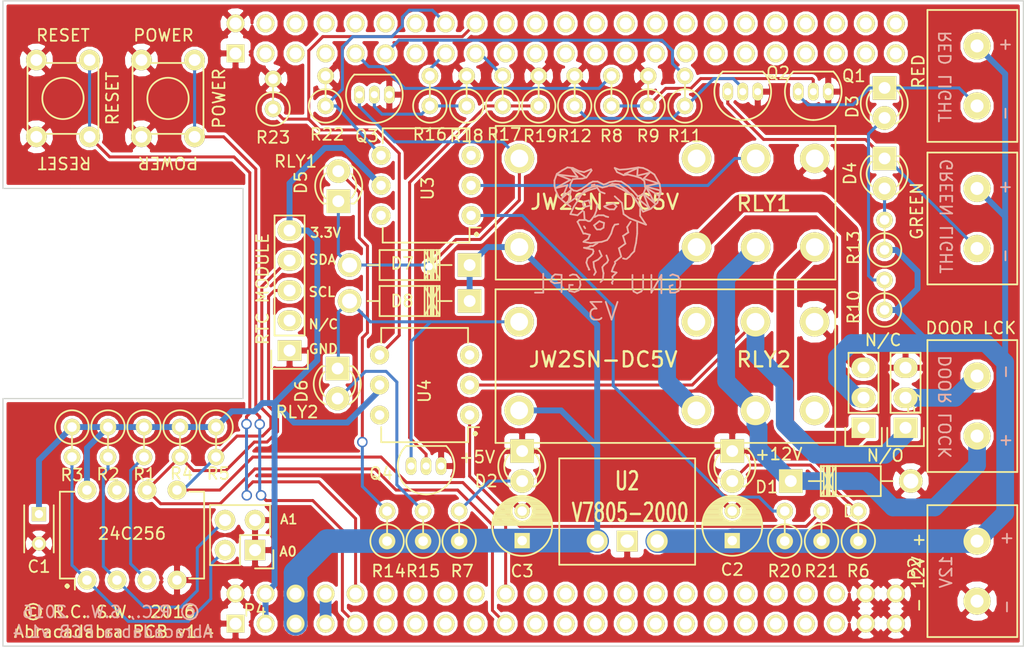
<source format=kicad_pcb>
(kicad_pcb (version 4) (host pcbnew 4.0.2+dfsg1-stable)
  (title_block (title "BeagleBone Black Cape") (date 2016-08-07) (rev 1.4) (comment 1 "License: GPL v3, https://github.com/bubbapizza/BBBdc") (comment 2 "Design by Rob Caruso") (comment 3 "Layout by Shawn Wilson"))
  (layers (0 F.Cu mixed) (31 B.Cu mixed) (34 B.Paste user) (35 F.Paste user) (36 B.SilkS user) (37 F.SilkS user) (38 B.Mask user) (39 F.Mask user) (44 Edge.Cuts user))
  (net 0 "")
  (net 1 /A0)
  (net 2 /A1)
  (net 3 /A2)
  (net 4 /I2C2_SCL)
  (net 5 /I2C2_SDA)
  (net 6 /SYS_5V)
  (net 7 GND)
  (net 8 +3V3)
  (net 9 +12V)
  (net 10 +5V)
  (net 11 "Net-(D1-Pad2)")
  (net 12 "Net-(D2-Pad2)")
  (net 13 "Net-(D3-Pad1)")
  (net 14 "Net-(D3-Pad2)")
  (net 15 "Net-(D4-Pad1)")
  (net 16 "Net-(D4-Pad2)")
  (net 17 "Net-(D5-Pad1)")
  (net 18 "Net-(D5-Pad2)")
  (net 19 "Net-(D6-Pad1)")
  (net 20 "Net-(D6-Pad2)")
  (net 21 "Net-(D9-Pad1)")
  (net 22 /MMC1_DAT6)
  (net 23 /MMC1_DAT7)
  (net 24 /MMC1_DAT2)
  (net 25 /MMC1_DAT3)
  (net 26 /GPIO_66)
  (net 27 /GPIO_67)
  (net 28 /GPIO_69)
  (net 29 /GPIO_68)
  (net 30 /GPIO_45)
  (net 31 /GPIO_44)
  (net 32 /EHRPWM2B)
  (net 33 /GPIO_26)
  (net 34 /LOCK_RELAYS/R1_ENGAGE)
  (net 35 /LOCK_RELAYS/R1_READ)
  (net 36 /LOCK_RELAYS/R2_ENGAGE)
  (net 37 /LOCK_RELAYS/R2_READ)
  (net 38 /EHRPWM2A)
  (net 39 /MMC1_CMD)
  (net 40 /MMC1_CLK)
  (net 41 /MMC1_DAT5)
  (net 42 /MMC1_DAT4)
  (net 43 /MMC1_DAT1)
  (net 44 /MMC1_DAT0)
  (net 45 /GPIO_61)
  (net 46 /LCD_VSYNC)
  (net 47 /LCD_PCLK)
  (net 48 /LCD_HSYNC)
  (net 49 /LCD_AC_BIAS)
  (net 50 /LCD_DATA14)
  (net 51 /LCD_DATA15)
  (net 52 /LCD_DATA13)
  (net 53 /LCD_DATA11)
  (net 54 /LCD_DATA12)
  (net 55 /LCD_DATA10)
  (net 56 /LCD_DATA8)
  (net 57 /LCD_DATA9)
  (net 58 /LCD_DATA6)
  (net 59 /LCD_DATA7)
  (net 60 /LCD_DATA4)
  (net 61 /LCD_DATA5)
  (net 62 /LCD_DATA2)
  (net 63 /LCD_DATA3)
  (net 64 /LCD_DATA0)
  (net 65 /LCD_DATA1)
  (net 66 /PWR_BUT)
  (net 67 /SYS_RESETn)
  (net 68 /UART4_RXD)
  (net 69 /GPIO_60)
  (net 70 /UART4_TXD)
  (net 71 /EHRPWM1A)
  (net 72 /GPIO_48)
  (net 73 /EHRPWM1B)
  (net 74 /SPIO_CSO)
  (net 75 /SPIO_D1)
  (net 76 /SPIO_DO)
  (net 77 /SPIO_SLCK)
  (net 78 /GPIO_49)
  (net 79 /UART1_TXD)
  (net 80 /GPIO_117)
  (net 81 /UART1_RXD)
  (net 82 /GPIO_115)
  (net 83 /SPI1_CS0)
  (net 84 /SPI1_D0)
  (net 85 /GPIO_112)
  (net 86 /SPI1_SCLK)
  (net 87 /VADC)
  (net 88 /AIN4)
  (net 89 /AGND)
  (net 90 /AIN6)
  (net 91 /AIN5)
  (net 92 /AIN2)
  (net 93 /AIN3)
  (net 94 /AIN0)
  (net 95 /AIN1)
  (net 96 /GPIO_20)
  (net 97 /ECAPWMO)
  (net 98 "Net-(P6-Pad2)")
  (net 99 "Net-(P7-Pad1)")
  (net 100 "Net-(P7-Pad2)")
  (net 101 "Net-(P8-Pad1)")
  (net 102 "Net-(P8-Pad3)")
  (net 103 "Net-(Q1-Pad2)")
  (net 104 "Net-(Q2-Pad2)")
  (net 105 "Net-(Q3-Pad2)")
  (net 106 "Net-(Q4-Pad2)")
  (net 107 "Net-(R20-Pad2)")
  (net 108 "Net-(R21-Pad2)")
  (net 109 "Net-(RLY1-Pad6)")
  (net 110 "Net-(RLY1-Pad7)")
  (net 111 "Net-(RLY2-Pad7)")
  (net 112 "Net-(U1-Pad7)")
  (net 113 "Net-(U3-Pad6)")
  (net 114 "Net-(U4-Pad6)")
  (net 115 "Net-(RLY2-Pad4)")
  (module Capacitors_ThroughHole:C_Radial_D5_L6_P2.5 (layer F.Cu) (at 156.21 130.77 90)
    (fp_text reference C2 (at -2.453 0 180) (layer F.SilkS))
    (fp_text value "10 uF (25V)")
    (pad 1 thru_hole rect (at 0 0 90) (size 1.3 1.3) (drill 0.8) (layers *.Cu *.Mask F.SilkS) (net 9 +12V))
    (pad 2 thru_hole circle (at 2.5 0 90) (size 1.3 1.3) (drill 0.8) (layers *.Cu *.Mask F.SilkS) (net 7 GND))
  )
  (module Capacitors_ThroughHole:C_Radial_D5_L6_P2.5 (layer F.Cu) (at 138.43 130.77 90)
    (fp_text reference C3 (at -2.58 0 180) (layer F.SilkS))
    (fp_text value "22 uF (16V)")
    (pad 1 thru_hole rect (at 0 0 90) (size 1.3 1.3) (drill 0.8) (layers *.Cu *.Mask F.SilkS) (net 10 +5V))
    (pad 2 thru_hole circle (at 2.5 0 90) (size 1.3 1.3) (drill 0.8) (layers *.Cu *.Mask F.SilkS) (net 7 GND))
  )
  (module LEDs:LED-3MM (layer F.Cu) (at 156.21 123.19 270)
    (fp_text reference D1 (at 3.048 -2.921 360) (layer F.SilkS))
    (fp_text value "PWR +12V")
    (pad 1 thru_hole rect (at 0 0) (size 2 2) (drill 1.00076) (layers *.Cu *.Mask F.SilkS) (net 7 GND))
    (pad 2 thru_hole circle (at 2.54 0 270) (size 2 2) (drill 1.00076) (layers *.Cu *.Mask F.SilkS) (net 11 "Net-(D1-Pad2)"))
  )
  (module LEDs:LED-3MM (layer F.Cu) (at 138.43 123.19 270)
    (fp_text reference D2 (at 2.54 3.048 360) (layer F.SilkS))
    (fp_text value "PWR +5V")
    (pad 1 thru_hole rect (at 0 0) (size 2 2) (drill 1.00076) (layers *.Cu *.Mask F.SilkS) (net 7 GND))
    (pad 2 thru_hole circle (at 2.54 0 270) (size 2 2) (drill 1.00076) (layers *.Cu *.Mask F.SilkS) (net 12 "Net-(D2-Pad2)"))
  )
  (module LEDs:LED-3MM (layer F.Cu) (at 169.1005 92.456 270)
    (fp_text reference D3 (at 1.5875 2.7305 270) (layer F.SilkS))
    (fp_text value RED)
    (pad 1 thru_hole rect (at 0 0) (size 2 2) (drill 1.00076) (layers *.Cu *.Mask F.SilkS) (net 13 "Net-(D3-Pad1)"))
    (pad 2 thru_hole circle (at 2.54 0 270) (size 2 2) (drill 1.00076) (layers *.Cu *.Mask F.SilkS) (net 14 "Net-(D3-Pad2)"))
  )
  (module LEDs:LED-3MM (layer F.Cu) (at 169.1005 98.425 270)
    (fp_text reference D4 (at 1.27 2.921 450) (layer F.SilkS))
    (fp_text value GREEN)
    (pad 1 thru_hole rect (at 0 0) (size 2 2) (drill 1.00076) (layers *.Cu *.Mask F.SilkS) (net 15 "Net-(D4-Pad1)"))
    (pad 2 thru_hole circle (at 2.54 0 270) (size 2 2) (drill 1.00076) (layers *.Cu *.Mask F.SilkS) (net 16 "Net-(D4-Pad2)"))
  )
  (module Diodes_ThroughHole:Diode_DO-41_SOD81_Horizontal_RM10 (layer F.Cu) (at 133.985 107.44454 180)
    (fp_text reference D7 (at 5.715 0.12954 180) (layer F.SilkS))
    (fp_text value 1N4007)
    (pad 2 thru_hole circle (at 10.16 -0.00254) (size 1.99898 1.99898) (drill 1.27) (layers *.Cu *.Mask F.SilkS) (net 17 "Net-(D5-Pad1)"))
    (pad 1 thru_hole rect (at 0 -0.00254) (size 1.99898 1.99898) (drill 1.00076) (layers *.Cu *.Mask F.SilkS) (net 10 +5V))
  )
  (module Diodes_ThroughHole:Diode_DO-41_SOD81_Horizontal_RM10 (layer F.Cu) (at 133.985 110.49 180)
    (fp_text reference D8 (at 5.715 -0.00254 180) (layer F.SilkS))
    (fp_text value 1N4007)
    (pad 2 thru_hole circle (at 10.16 -0.00254) (size 1.99898 1.99898) (drill 1.27) (layers *.Cu *.Mask F.SilkS) (net 19 "Net-(D6-Pad1)"))
    (pad 1 thru_hole rect (at 0 -0.00254) (size 1.99898 1.99898) (drill 1.00076) (layers *.Cu *.Mask F.SilkS) (net 10 +5V))
  )
  (module Diodes_ThroughHole:Diode_DO-41_SOD81_Horizontal_RM10 (layer F.Cu) (at 161.163 125.73254)
    (fp_text reference D9 (at 5.38734 2.53746) (layer F.SilkS))
    (fp_text value 1N4007)
    (pad 2 thru_hole circle (at 10.16 -0.00254 180) (size 1.99898 1.99898) (drill 1.27) (layers *.Cu *.Mask F.SilkS) (net 7 GND))
    (pad 1 thru_hole rect (at 0 -0.00254 180) (size 1.99898 1.99898) (drill 1.00076) (layers *.Cu *.Mask F.SilkS) (net 21 "Net-(D9-Pad1)"))
  )
  (module Pin_Headers:Pin_Header_Straight_1x05 (layer F.Cu) (at 118.745 114.681 180)
    (fp_text reference P6 hide)
    (fp_text value "RTC MODULE" (at 2.286 5.207 270) (layer F.SilkS))
    (pad 1 thru_hole rect (at 0 0 180) (size 2.032 1.7272) (drill 1.016) (layers *.Cu *.Mask F.SilkS) (net 7 GND))
    (pad 2 thru_hole oval (at 0 2.54 180) (size 2.032 1.7272) (drill 1.016) (layers *.Cu *.Mask F.SilkS) (net 98 "Net-(P6-Pad2)"))
    (pad 3 thru_hole oval (at 0 5.08 180) (size 2.032 1.7272) (drill 1.016) (layers *.Cu *.Mask F.SilkS) (net 4 /I2C2_SCL))
    (pad 4 thru_hole oval (at 0 7.62 180) (size 2.032 1.7272) (drill 1.016) (layers *.Cu *.Mask F.SilkS) (net 5 /I2C2_SDA))
    (pad 5 thru_hole oval (at 0 10.16 180) (size 2.032 1.7272) (drill 1.016) (layers *.Cu *.Mask F.SilkS) (net 8 +3V3))
  )
  (module Pin_Headers:Pin_Header_Straight_1x03 (layer F.Cu) (at 170.8785 121.2215 180)
    (fp_text reference P7 hide)
    (fp_text value "NC/NO JUMPER" hide)
    (pad 1 thru_hole rect (at 0 0 180) (size 2.032 1.7272) (drill 1.016) (layers *.Cu *.Mask F.SilkS) (net 99 "Net-(P7-Pad1)"))
    (pad 2 thru_hole oval (at 0 2.54 180) (size 2.032 1.7272) (drill 1.016) (layers *.Cu *.Mask F.SilkS) (net 100 "Net-(P7-Pad2)"))
    (pad 3 thru_hole oval (at 0 5.08 180) (size 2.032 1.7272) (drill 1.016) (layers *.Cu *.Mask F.SilkS) (net 7 GND))
  )
  (module Pin_Headers:Pin_Header_Straight_1x03 (layer F.Cu) (at 167.3225 121.2215 180)
    (fp_text reference P8 hide)
    (fp_text value "NC/NO JUMPER" hide)
    (pad 1 thru_hole rect (at 0 0 180) (size 2.032 1.7272) (drill 1.016) (layers *.Cu *.Mask F.SilkS) (net 101 "Net-(P8-Pad1)"))
    (pad 2 thru_hole oval (at 0 2.54 180) (size 2.032 1.7272) (drill 1.016) (layers *.Cu *.Mask F.SilkS) (net 9 +12V))
    (pad 3 thru_hole oval (at 0 5.08 180) (size 2.032 1.7272) (drill 1.016) (layers *.Cu *.Mask F.SilkS) (net 102 "Net-(P8-Pad3)"))
  )
  (module TO_SOT_Packages_THT:TO-92_Inline_Narrow_Oval (layer F.Cu) (at 164.338 92.7735 180)
    (fp_text reference Q1 (at -2.159 1.3335 360) (layer F.SilkS))
    (fp_text value 2N7000)
    (pad 2 thru_hole oval (at 1.27 0) (size 0.89916 1.50114) (drill 0.6) (layers *.Cu *.Mask F.SilkS) (net 103 "Net-(Q1-Pad2)"))
    (pad 3 thru_hole oval (at 2.54 0) (size 0.89916 1.50114) (drill 0.6) (layers *.Cu *.Mask F.SilkS) (net 13 "Net-(D3-Pad1)"))
    (pad 1 thru_hole oval (at 0 0) (size 0.89916 1.50114) (drill 0.6) (layers *.Cu *.Mask F.SilkS) (net 7 GND))
  )
  (module TO_SOT_Packages_THT:TO-92_Inline_Narrow_Oval (layer F.Cu) (at 158.369 92.7735 180)
    (fp_text reference Q2 (at -1.7145 1.5875 360) (layer F.SilkS))
    (fp_text value 2N7000)
    (pad 2 thru_hole oval (at 1.27 0) (size 0.89916 1.50114) (drill 0.6) (layers *.Cu *.Mask F.SilkS) (net 104 "Net-(Q2-Pad2)"))
    (pad 3 thru_hole oval (at 2.54 0) (size 0.89916 1.50114) (drill 0.6) (layers *.Cu *.Mask F.SilkS) (net 15 "Net-(D4-Pad1)"))
    (pad 1 thru_hole oval (at 0 0) (size 0.89916 1.50114) (drill 0.6) (layers *.Cu *.Mask F.SilkS) (net 7 GND))
  )
  (module TO_SOT_Packages_THT:TO-92_Inline_Narrow_Oval (layer F.Cu) (at 127.1905 93.0275 180)
    (fp_text reference Q3 (at 1.905 -3.4925 180) (layer F.SilkS))
    (fp_text value 2N7000)
    (pad 2 thru_hole oval (at 1.27 0) (size 0.89916 1.50114) (drill 0.6) (layers *.Cu *.Mask F.SilkS) (net 105 "Net-(Q3-Pad2)"))
    (pad 3 thru_hole oval (at 2.54 0) (size 0.89916 1.50114) (drill 0.6) (layers *.Cu *.Mask F.SilkS) (net 17 "Net-(D5-Pad1)"))
    (pad 1 thru_hole oval (at 0 0) (size 0.89916 1.50114) (drill 0.6) (layers *.Cu *.Mask F.SilkS) (net 7 GND))
  )
  (module TO_SOT_Packages_THT:TO-92_Inline_Narrow_Oval (layer F.Cu) (at 131.572 124.46 180)
    (fp_text reference Q4 (at 5.08 -0.635 180) (layer F.SilkS))
    (fp_text value 2N7000)
    (pad 2 thru_hole oval (at 1.27 0) (size 0.89916 1.50114) (drill 0.6) (layers *.Cu *.Mask F.SilkS) (net 106 "Net-(Q4-Pad2)"))
    (pad 3 thru_hole oval (at 2.54 0) (size 0.89916 1.50114) (drill 0.6) (layers *.Cu *.Mask F.SilkS) (net 19 "Net-(D6-Pad1)"))
    (pad 1 thru_hole oval (at 0 0) (size 0.89916 1.50114) (drill 0.6) (layers *.Cu *.Mask F.SilkS) (net 7 GND))
  )
  (module Housings_DIP:DIP-6_W7.62mm (layer F.Cu) (at 134.112 103.251 180)
    (fp_text reference U3 (at 3.683 2.286 270) (layer F.SilkS))
    (fp_text value 4N25)
    (pad 1 thru_hole oval (at 0 0 180) (size 1.6 1.6) (drill 0.8) (layers *.Cu *.Mask F.SilkS) (net 107 "Net-(R20-Pad2)"))
    (pad 2 thru_hole oval (at 0 2.54 180) (size 1.6 1.6) (drill 0.8) (layers *.Cu *.Mask F.SilkS) (net 109 "Net-(RLY1-Pad6)"))
    (pad 3 thru_hole oval (at 0 5.08 180) (size 1.6 1.6) (drill 0.8) (layers *.Cu *.Mask F.SilkS))
    (pad 4 thru_hole oval (at 7.62 5.08 180) (size 1.6 1.6) (drill 0.8) (layers *.Cu *.Mask F.SilkS) (net 35 /LOCK_RELAYS/R1_READ))
    (pad 5 thru_hole oval (at 7.62 2.54 180) (size 1.6 1.6) (drill 0.8) (layers *.Cu *.Mask F.SilkS) (net 8 +3V3))
    (pad 6 thru_hole oval (at 7.62 0 180) (size 1.6 1.6) (drill 0.8) (layers *.Cu *.Mask F.SilkS) (net 113 "Net-(U3-Pad6)"))
  )
  (module Housings_DIP:DIP-6_W7.62mm (layer F.Cu) (at 133.985 120.142 180)
    (fp_text reference U4 (at 3.81 2.032 270) (layer F.SilkS))
    (fp_text value 4N25)
    (pad 1 thru_hole oval (at 0 0 180) (size 1.6 1.6) (drill 0.8) (layers *.Cu *.Mask F.SilkS) (net 108 "Net-(R21-Pad2)"))
    (pad 2 thru_hole oval (at 0 2.54 180) (size 1.6 1.6) (drill 0.8) (layers *.Cu *.Mask F.SilkS) (net 99 "Net-(P7-Pad1)"))
    (pad 3 thru_hole oval (at 0 5.08 180) (size 1.6 1.6) (drill 0.8) (layers *.Cu *.Mask F.SilkS))
    (pad 4 thru_hole oval (at 7.62 5.08 180) (size 1.6 1.6) (drill 0.8) (layers *.Cu *.Mask F.SilkS) (net 37 /LOCK_RELAYS/R2_READ))
    (pad 5 thru_hole oval (at 7.62 2.54 180) (size 1.6 1.6) (drill 0.8) (layers *.Cu *.Mask F.SilkS) (net 8 +3V3))
    (pad 6 thru_hole oval (at 7.62 0 180) (size 1.6 1.6) (drill 0.8) (layers *.Cu *.Mask F.SilkS) (net 114 "Net-(U4-Pad6)"))
  )
  (module Housings_DIP:DIP-8_W7.62mm (layer F.Cu) (at 101.6 134.112 90)
    (fp_text reference U1 hide)
    (fp_text value 24C256 (at 3.937 3.81 180) (layer F.SilkS))
    (pad 1 thru_hole oval (at 0 0 90) (size 1.6 1.6) (drill 0.8) (layers *.Cu *.Mask F.SilkS) (net 1 /A0))
    (pad 2 thru_hole oval (at 0 2.54 90) (size 1.6 1.6) (drill 0.8) (layers *.Cu *.Mask F.SilkS) (net 2 /A1))
    (pad 3 thru_hole oval (at 0 5.08 90) (size 1.6 1.6) (drill 0.8) (layers *.Cu *.Mask F.SilkS) (net 3 /A2))
    (pad 4 thru_hole oval (at 0 7.62 90) (size 1.6 1.6) (drill 0.8) (layers *.Cu *.Mask F.SilkS) (net 7 GND))
    (pad 5 thru_hole oval (at 7.62 7.62 90) (size 1.6 1.6) (drill 0.8) (layers *.Cu *.Mask F.SilkS) (net 5 /I2C2_SDA))
    (pad 6 thru_hole oval (at 7.62 5.08 90) (size 1.6 1.6) (drill 0.8) (layers *.Cu *.Mask F.SilkS) (net 4 /I2C2_SCL))
    (pad 7 thru_hole oval (at 7.62 2.54 90) (size 1.6 1.6) (drill 0.8) (layers *.Cu *.Mask F.SilkS) (net 112 "Net-(U1-Pad7)"))
    (pad 8 thru_hole oval (at 7.62 0 90) (size 1.6 1.6) (drill 0.8) (layers *.Cu *.Mask F.SilkS) (net 8 +3V3))
  )
  (module Discret:R1 (layer F.Cu) (at 106.426 122.428 270)
    (fp_text reference R1 (at 2.7305 -0.0635 360) (layer F.SilkS))
    (fp_text value 4.7k)
    (pad 1 thru_hole circle (at -1.27 0 270) (size 1.397 1.397) (drill 0.8128) (layers *.Cu *.Mask F.SilkS) (net 8 +3V3))
    (pad 2 thru_hole circle (at 1.27 0 270) (size 1.397 1.397) (drill 0.8128) (layers *.Cu *.Mask F.SilkS) (net 3 /A2))
  )
  (module Discret:R1 (layer F.Cu) (at 103.378 122.428 270)
    (fp_text reference R2 (at 2.7305 0 360) (layer F.SilkS))
    (fp_text value 4.7k)
    (pad 1 thru_hole circle (at -1.27 0 270) (size 1.397 1.397) (drill 0.8128) (layers *.Cu *.Mask F.SilkS) (net 8 +3V3))
    (pad 2 thru_hole circle (at 1.27 0 270) (size 1.397 1.397) (drill 0.8128) (layers *.Cu *.Mask F.SilkS) (net 2 /A1))
  )
  (module Discret:R1 (layer F.Cu) (at 100.33 122.428 270)
    (fp_text reference R3 (at 2.794 0 360) (layer F.SilkS))
    (fp_text value 4.7k)
    (pad 1 thru_hole circle (at -1.27 0 270) (size 1.397 1.397) (drill 0.8128) (layers *.Cu *.Mask F.SilkS) (net 8 +3V3))
    (pad 2 thru_hole circle (at 1.27 0 270) (size 1.397 1.397) (drill 0.8128) (layers *.Cu *.Mask F.SilkS) (net 1 /A0))
  )
  (module Discret:R1 (layer F.Cu) (at 109.474 122.428 270)
    (fp_text reference R4 (at 2.667 -0.127 540) (layer F.SilkS))
    (fp_text value 5.6k)
    (pad 1 thru_hole circle (at -1.27 0 270) (size 1.397 1.397) (drill 0.8128) (layers *.Cu *.Mask F.SilkS) (net 8 +3V3))
    (pad 2 thru_hole circle (at 1.27 0 270) (size 1.397 1.397) (drill 0.8128) (layers *.Cu *.Mask F.SilkS) (net 4 /I2C2_SCL))
  )
  (module Discret:R1 (layer F.Cu) (at 112.522 122.428 270)
    (fp_text reference R5 (at 2.667 -0.1905 360) (layer F.SilkS))
    (fp_text value 5.6k)
    (pad 1 thru_hole circle (at -1.27 0 270) (size 1.397 1.397) (drill 0.8128) (layers *.Cu *.Mask F.SilkS) (net 8 +3V3))
    (pad 2 thru_hole circle (at 1.27 0 270) (size 1.397 1.397) (drill 0.8128) (layers *.Cu *.Mask F.SilkS) (net 5 /I2C2_SDA))
  )
  (module Discret:R1 (layer F.Cu) (at 166.878 129.54 90)
    (fp_text reference R6 (at -3.81 0 180) (layer F.SilkS))
    (fp_text value 1k)
    (pad 1 thru_hole circle (at -1.27 0 90) (size 1.397 1.397) (drill 0.8128) (layers *.Cu *.Mask F.SilkS) (net 9 +12V))
    (pad 2 thru_hole circle (at 1.27 0 90) (size 1.397 1.397) (drill 0.8128) (layers *.Cu *.Mask F.SilkS) (net 11 "Net-(D1-Pad2)"))
  )
  (module Discret:R1 (layer F.Cu) (at 133.096 129.54 90)
    (fp_text reference R7 (at -3.81 0.254 180) (layer F.SilkS))
    (fp_text value 330)
    (pad 1 thru_hole circle (at -1.27 0 90) (size 1.397 1.397) (drill 0.8128) (layers *.Cu *.Mask F.SilkS) (net 10 +5V))
    (pad 2 thru_hole circle (at 1.27 0 90) (size 1.397 1.397) (drill 0.8128) (layers *.Cu *.Mask F.SilkS) (net 12 "Net-(D2-Pad2)"))
  )
  (module Discret:R1 (layer F.Cu) (at 145.9865 92.71 90)
    (fp_text reference R8 (at -3.81 0 180) (layer F.SilkS))
    (fp_text value 330)
    (pad 1 thru_hole circle (at -1.27 0 90) (size 1.397 1.397) (drill 0.8128) (layers *.Cu *.Mask F.SilkS) (net 103 "Net-(Q1-Pad2)"))
    (pad 2 thru_hole circle (at 1.27 0 90) (size 1.397 1.397) (drill 0.8128) (layers *.Cu *.Mask F.SilkS) (net 28 /GPIO_69))
  )
  (module Discret:R1 (layer F.Cu) (at 149.098 92.71 90)
    (fp_text reference R9 (at -3.81 0 180) (layer F.SilkS))
    (fp_text value 10k)
    (pad 1 thru_hole circle (at -1.27 0 90) (size 1.397 1.397) (drill 0.8128) (layers *.Cu *.Mask F.SilkS) (net 103 "Net-(Q1-Pad2)"))
    (pad 2 thru_hole circle (at 1.27 0 90) (size 1.397 1.397) (drill 0.8128) (layers *.Cu *.Mask F.SilkS) (net 7 GND))
  )
  (module Discret:R1 (layer F.Cu) (at 169.1005 109.982 90)
    (fp_text reference R10 (at -1.016 -2.6035 270) (layer F.SilkS))
    (fp_text value 1k)
    (pad 1 thru_hole circle (at -1.27 0 90) (size 1.397 1.397) (drill 0.8128) (layers *.Cu *.Mask F.SilkS) (net 9 +12V))
    (pad 2 thru_hole circle (at 1.27 0 90) (size 1.397 1.397) (drill 0.8128) (layers *.Cu *.Mask F.SilkS) (net 14 "Net-(D3-Pad2)"))
  )
  (module Discret:R1 (layer F.Cu) (at 152.2095 92.71 90)
    (fp_text reference R11 (at -3.81 0 180) (layer F.SilkS))
    (fp_text value 330)
    (pad 1 thru_hole circle (at -1.27 0 90) (size 1.397 1.397) (drill 0.8128) (layers *.Cu *.Mask F.SilkS) (net 104 "Net-(Q2-Pad2)"))
    (pad 2 thru_hole circle (at 1.27 0 90) (size 1.397 1.397) (drill 0.8128) (layers *.Cu *.Mask F.SilkS) (net 30 /GPIO_45))
  )
  (module Discret:R1 (layer F.Cu) (at 142.875 92.71 90)
    (fp_text reference R12 (at -3.81 0 180) (layer F.SilkS))
    (fp_text value 10k)
    (pad 1 thru_hole circle (at -1.27 0 90) (size 1.397 1.397) (drill 0.8128) (layers *.Cu *.Mask F.SilkS) (net 104 "Net-(Q2-Pad2)"))
    (pad 2 thru_hole circle (at 1.27 0 90) (size 1.397 1.397) (drill 0.8128) (layers *.Cu *.Mask F.SilkS) (net 7 GND))
  )
  (module Discret:R1 (layer F.Cu) (at 169.1005 104.902 90)
    (fp_text reference R13 (at -1.0795 -2.6035 270) (layer F.SilkS))
    (fp_text value 1k)
    (pad 1 thru_hole circle (at -1.27 0 90) (size 1.397 1.397) (drill 0.8128) (layers *.Cu *.Mask F.SilkS) (net 9 +12V))
    (pad 2 thru_hole circle (at 1.27 0 90) (size 1.397 1.397) (drill 0.8128) (layers *.Cu *.Mask F.SilkS) (net 16 "Net-(D4-Pad2)"))
  )
  (module Discret:R1 (layer F.Cu) (at 127 129.54 90)
    (fp_text reference R14 (at -3.81 0.127 180) (layer F.SilkS))
    (fp_text value 330)
    (pad 1 thru_hole circle (at -1.27 0 90) (size 1.397 1.397) (drill 0.8128) (layers *.Cu *.Mask F.SilkS) (net 10 +5V))
    (pad 2 thru_hole circle (at 1.27 0 90) (size 1.397 1.397) (drill 0.8128) (layers *.Cu *.Mask F.SilkS) (net 18 "Net-(D5-Pad2)"))
  )
  (module Discret:R1 (layer F.Cu) (at 130.048 129.54 90)
    (fp_text reference R15 (at -3.81 0 180) (layer F.SilkS))
    (fp_text value 330)
    (pad 1 thru_hole circle (at -1.27 0 90) (size 1.397 1.397) (drill 0.8128) (layers *.Cu *.Mask F.SilkS) (net 10 +5V))
    (pad 2 thru_hole circle (at 1.27 0 90) (size 1.397 1.397) (drill 0.8128) (layers *.Cu *.Mask F.SilkS) (net 20 "Net-(D6-Pad2)"))
  )
  (module Discret:R1 (layer F.Cu) (at 130.6195 92.71 90)
    (fp_text reference R16 (at -3.683 0 180) (layer F.SilkS))
    (fp_text value 330)
    (pad 1 thru_hole circle (at -1.27 0 90) (size 1.397 1.397) (drill 0.8128) (layers *.Cu *.Mask F.SilkS) (net 105 "Net-(Q3-Pad2)"))
    (pad 2 thru_hole circle (at 1.27 0 90) (size 1.397 1.397) (drill 0.8128) (layers *.Cu *.Mask F.SilkS) (net 34 /LOCK_RELAYS/R1_ENGAGE))
  )
  (module Discret:R1 (layer F.Cu) (at 136.779 92.71 90)
    (fp_text reference R17 (at -3.683 0.127 180) (layer F.SilkS))
    (fp_text value 330)
    (pad 1 thru_hole circle (at -1.27 0 90) (size 1.397 1.397) (drill 0.8128) (layers *.Cu *.Mask F.SilkS) (net 106 "Net-(Q4-Pad2)"))
    (pad 2 thru_hole circle (at 1.27 0 90) (size 1.397 1.397) (drill 0.8128) (layers *.Cu *.Mask F.SilkS) (net 36 /LOCK_RELAYS/R2_ENGAGE))
  )
  (module Discret:R1 (layer F.Cu) (at 133.731 92.71 90)
    (fp_text reference R18 (at -3.81 0 180) (layer F.SilkS))
    (fp_text value 10k)
    (pad 1 thru_hole circle (at -1.27 0 90) (size 1.397 1.397) (drill 0.8128) (layers *.Cu *.Mask F.SilkS) (net 105 "Net-(Q3-Pad2)"))
    (pad 2 thru_hole circle (at 1.27 0 90) (size 1.397 1.397) (drill 0.8128) (layers *.Cu *.Mask F.SilkS) (net 7 GND))
  )
  (module Discret:R1 (layer F.Cu) (at 139.827 92.71 90)
    (fp_text reference R19 (at -3.81 0.127 180) (layer F.SilkS))
    (fp_text value 10k)
    (pad 1 thru_hole circle (at -1.27 0 90) (size 1.397 1.397) (drill 0.8128) (layers *.Cu *.Mask F.SilkS) (net 106 "Net-(Q4-Pad2)"))
    (pad 2 thru_hole circle (at 1.27 0 90) (size 1.397 1.397) (drill 0.8128) (layers *.Cu *.Mask F.SilkS) (net 7 GND))
  )
  (module Discret:R1 (layer F.Cu) (at 160.655 129.54 90)
    (fp_text reference R20 (at -3.81 0 180) (layer F.SilkS))
    (fp_text value 1k)
    (pad 1 thru_hole circle (at -1.27 0 90) (size 1.397 1.397) (drill 0.8128) (layers *.Cu *.Mask F.SilkS) (net 9 +12V))
    (pad 2 thru_hole circle (at 1.27 0 90) (size 1.397 1.397) (drill 0.8128) (layers *.Cu *.Mask F.SilkS) (net 107 "Net-(R20-Pad2)"))
  )
  (module Discret:R1 (layer F.Cu) (at 163.7665 129.54 90)
    (fp_text reference R21 (at -3.81 0 180) (layer F.SilkS))
    (fp_text value 1k)
    (pad 1 thru_hole circle (at -1.27 0 90) (size 1.397 1.397) (drill 0.8128) (layers *.Cu *.Mask F.SilkS) (net 9 +12V))
    (pad 2 thru_hole circle (at 1.27 0 90) (size 1.397 1.397) (drill 0.8128) (layers *.Cu *.Mask F.SilkS) (net 108 "Net-(R21-Pad2)"))
  )
  (module Discret:R1 (layer F.Cu) (at 121.793 92.71 90)
    (fp_text reference R22 (at -3.683 0.127 180) (layer F.SilkS))
    (fp_text value 2k)
    (pad 1 thru_hole circle (at -1.27 0 90) (size 1.397 1.397) (drill 0.8128) (layers *.Cu *.Mask F.SilkS) (net 35 /LOCK_RELAYS/R1_READ))
    (pad 2 thru_hole circle (at 1.27 0 90) (size 1.397 1.397) (drill 0.8128) (layers *.Cu *.Mask F.SilkS) (net 7 GND))
  )
  (module Capacitors_ThroughHole:C_Rect_L4_W2.5_P2.5 (layer F.Cu) (at 97.536 128.524 270)
    (fp_text reference C1 (at 4.445 0 360) (layer F.SilkS))
    (fp_text value "0.1uF (25V)")
    (pad 1 thru_hole rect (at 0 0 270) (size 1.2 1.2) (drill 0.7) (layers *.Cu *.Mask F.SilkS) (net 8 +3V3))
    (pad 2 thru_hole circle (at 2.5 0 270) (size 1.2 1.2) (drill 0.7) (layers *.Cu *.Mask F.SilkS) (net 7 GND))
  )
  (module beagleboard:BEAGLEBONE_BLACK_NO_PERIMETER (layer F.Cu) (at 94.488 139.7)
    (fp_text reference P1 hide)
    (fp_text value BEAGLEBONE_BLACK hide)
    (pad A1 thru_hole rect (at 19.685 -50.165) (size 1.524 1.524) (drill 1.016) (layers *.Cu *.Mask F.SilkS) (net 7 GND))
    (pad A2 thru_hole circle (at 19.685 -52.705) (size 1.524 1.524) (drill 1.016) (layers *.Cu *.Mask F.SilkS) (net 7 GND))
    (pad A3 thru_hole circle (at 22.225 -50.165) (size 1.524 1.524) (drill 1.016) (layers *.Cu *.Mask F.SilkS) (net 22 /MMC1_DAT6))
    (pad A4 thru_hole circle (at 22.225 -52.705) (size 1.524 1.524) (drill 1.016) (layers *.Cu *.Mask F.SilkS) (net 23 /MMC1_DAT7))
    (pad A5 thru_hole circle (at 24.765 -50.165) (size 1.524 1.524) (drill 1.016) (layers *.Cu *.Mask F.SilkS) (net 24 /MMC1_DAT2))
    (pad A6 thru_hole circle (at 24.765 -52.705) (size 1.524 1.524) (drill 1.016) (layers *.Cu *.Mask F.SilkS) (net 25 /MMC1_DAT3))
    (pad A7 thru_hole circle (at 27.305 -50.165) (size 1.524 1.524) (drill 1.016) (layers *.Cu *.Mask F.SilkS) (net 26 /GPIO_66))
    (pad A8 thru_hole circle (at 27.305 -52.705) (size 1.524 1.524) (drill 1.016) (layers *.Cu *.Mask F.SilkS) (net 27 /GPIO_67))
    (pad A9 thru_hole circle (at 29.845 -50.165) (size 1.524 1.524) (drill 1.016) (layers *.Cu *.Mask F.SilkS) (net 28 /GPIO_69))
    (pad A10 thru_hole circle (at 29.845 -52.705) (size 1.524 1.524) (drill 1.016) (layers *.Cu *.Mask F.SilkS) (net 29 /GPIO_68))
    (pad A11 thru_hole circle (at 32.385 -50.165) (size 1.524 1.524) (drill 1.016) (layers *.Cu *.Mask F.SilkS) (net 30 /GPIO_45))
    (pad A12 thru_hole circle (at 32.385 -52.705) (size 1.524 1.524) (drill 1.016) (layers *.Cu *.Mask F.SilkS) (net 31 /GPIO_44))
    (pad A13 thru_hole circle (at 34.925 -50.165) (size 1.524 1.524) (drill 1.016) (layers *.Cu *.Mask F.SilkS) (net 32 /EHRPWM2B))
    (pad A14 thru_hole circle (at 34.925 -52.705) (size 1.524 1.524) (drill 1.016) (layers *.Cu *.Mask F.SilkS) (net 33 /GPIO_26))
    (pad A15 thru_hole circle (at 37.465 -50.165) (size 1.524 1.524) (drill 1.016) (layers *.Cu *.Mask F.SilkS) (net 34 /LOCK_RELAYS/R1_ENGAGE))
    (pad A16 thru_hole circle (at 37.465 -52.705) (size 1.524 1.524) (drill 1.016) (layers *.Cu *.Mask F.SilkS) (net 35 /LOCK_RELAYS/R1_READ))
    (pad A17 thru_hole circle (at 40.005 -50.165) (size 1.524 1.524) (drill 1.016) (layers *.Cu *.Mask F.SilkS) (net 36 /LOCK_RELAYS/R2_ENGAGE))
    (pad A18 thru_hole circle (at 40.005 -52.705) (size 1.524 1.524) (drill 1.016) (layers *.Cu *.Mask F.SilkS) (net 37 /LOCK_RELAYS/R2_READ))
    (pad A19 thru_hole circle (at 42.545 -50.165) (size 1.524 1.524) (drill 1.016) (layers *.Cu *.Mask F.SilkS) (net 38 /EHRPWM2A))
    (pad A20 thru_hole circle (at 42.545 -52.705) (size 1.524 1.524) (drill 1.016) (layers *.Cu *.Mask F.SilkS) (net 39 /MMC1_CMD))
    (pad A21 thru_hole circle (at 45.085 -50.165) (size 1.524 1.524) (drill 1.016) (layers *.Cu *.Mask F.SilkS) (net 40 /MMC1_CLK))
    (pad A22 thru_hole circle (at 45.085 -52.705) (size 1.524 1.524) (drill 1.016) (layers *.Cu *.Mask F.SilkS) (net 41 /MMC1_DAT5))
    (pad A23 thru_hole circle (at 47.625 -50.165) (size 1.524 1.524) (drill 1.016) (layers *.Cu *.Mask F.SilkS) (net 42 /MMC1_DAT4))
    (pad A24 thru_hole circle (at 47.625 -52.705) (size 1.524 1.524) (drill 1.016) (layers *.Cu *.Mask F.SilkS) (net 43 /MMC1_DAT1))
    (pad A25 thru_hole circle (at 50.165 -50.165) (size 1.524 1.524) (drill 1.016) (layers *.Cu *.Mask F.SilkS) (net 44 /MMC1_DAT0))
    (pad A26 thru_hole circle (at 50.165 -52.705) (size 1.524 1.524) (drill 1.016) (layers *.Cu *.Mask F.SilkS) (net 45 /GPIO_61))
    (pad A27 thru_hole circle (at 52.705 -50.165) (size 1.524 1.524) (drill 1.016) (layers *.Cu *.Mask F.SilkS) (net 46 /LCD_VSYNC))
    (pad A28 thru_hole circle (at 52.705 -52.705) (size 1.524 1.524) (drill 1.016) (layers *.Cu *.Mask F.SilkS) (net 47 /LCD_PCLK))
    (pad A29 thru_hole circle (at 55.245 -50.165) (size 1.524 1.524) (drill 1.016) (layers *.Cu *.Mask F.SilkS) (net 48 /LCD_HSYNC))
    (pad A30 thru_hole circle (at 55.245 -52.705) (size 1.524 1.524) (drill 1.016) (layers *.Cu *.Mask F.SilkS) (net 49 /LCD_AC_BIAS))
    (pad A31 thru_hole circle (at 57.785 -50.165) (size 1.524 1.524) (drill 1.016) (layers *.Cu *.Mask F.SilkS) (net 50 /LCD_DATA14))
    (pad A32 thru_hole circle (at 57.785 -52.705) (size 1.524 1.524) (drill 1.016) (layers *.Cu *.Mask F.SilkS) (net 51 /LCD_DATA15))
    (pad A33 thru_hole circle (at 60.325 -50.165) (size 1.524 1.524) (drill 1.016) (layers *.Cu *.Mask F.SilkS) (net 52 /LCD_DATA13))
    (pad A34 thru_hole circle (at 60.325 -52.705) (size 1.524 1.524) (drill 1.016) (layers *.Cu *.Mask F.SilkS) (net 53 /LCD_DATA11))
    (pad A35 thru_hole circle (at 62.865 -50.165) (size 1.524 1.524) (drill 1.016) (layers *.Cu *.Mask F.SilkS) (net 54 /LCD_DATA12))
    (pad A36 thru_hole circle (at 62.865 -52.705) (size 1.524 1.524) (drill 1.016) (layers *.Cu *.Mask F.SilkS) (net 55 /LCD_DATA10))
    (pad A37 thru_hole circle (at 65.405 -50.165) (size 1.524 1.524) (drill 1.016) (layers *.Cu *.Mask F.SilkS) (net 56 /LCD_DATA8))
    (pad A38 thru_hole circle (at 65.405 -52.705) (size 1.524 1.524) (drill 1.016) (layers *.Cu *.Mask F.SilkS) (net 57 /LCD_DATA9))
    (pad A39 thru_hole circle (at 67.945 -50.165) (size 1.524 1.524) (drill 1.016) (layers *.Cu *.Mask F.SilkS) (net 58 /LCD_DATA6))
    (pad A40 thru_hole circle (at 67.945 -52.705) (size 1.524 1.524) (drill 1.016) (layers *.Cu *.Mask F.SilkS) (net 59 /LCD_DATA7))
    (pad A41 thru_hole circle (at 70.485 -50.165) (size 1.524 1.524) (drill 1.016) (layers *.Cu *.Mask F.SilkS) (net 60 /LCD_DATA4))
    (pad A42 thru_hole circle (at 70.485 -52.705) (size 1.524 1.524) (drill 1.016) (layers *.Cu *.Mask F.SilkS) (net 61 /LCD_DATA5))
    (pad A43 thru_hole circle (at 73.025 -50.165) (size 1.524 1.524) (drill 1.016) (layers *.Cu *.Mask F.SilkS) (net 62 /LCD_DATA2))
    (pad A44 thru_hole circle (at 73.025 -52.705) (size 1.524 1.524) (drill 1.016) (layers *.Cu *.Mask F.SilkS) (net 63 /LCD_DATA3))
    (pad A45 thru_hole circle (at 75.565 -50.165) (size 1.524 1.524) (drill 1.016) (layers *.Cu *.Mask F.SilkS) (net 64 /LCD_DATA0))
    (pad A46 thru_hole circle (at 75.565 -52.705) (size 1.524 1.524) (drill 1.016) (layers *.Cu *.Mask F.SilkS) (net 65 /LCD_DATA1))
    (pad B2 thru_hole circle (at 19.685 -4.445) (size 1.524 1.524) (drill 1.016) (layers *.Cu *.Mask F.SilkS) (net 7 GND))
    (pad B3 thru_hole circle (at 22.225 -1.905) (size 1.524 1.524) (drill 1.016) (layers *.Cu *.Mask F.SilkS) (net 8 +3V3))
    (pad B4 thru_hole circle (at 22.225 -4.445) (size 1.524 1.524) (drill 1.016) (layers *.Cu *.Mask F.SilkS) (net 8 +3V3))
    (pad B5 thru_hole circle (at 24.765 -1.905) (size 1.524 1.524) (drill 1.016) (layers *.Cu *.Mask F.SilkS) (net 10 +5V))
    (pad B6 thru_hole circle (at 24.765 -4.445) (size 1.524 1.524) (drill 1.016) (layers *.Cu *.Mask F.SilkS) (net 10 +5V))
    (pad B7 thru_hole circle (at 27.305 -1.905) (size 1.524 1.524) (drill 1.016) (layers *.Cu *.Mask F.SilkS) (net 6 /SYS_5V))
    (pad B8 thru_hole circle (at 27.305 -4.445) (size 1.524 1.524) (drill 1.016) (layers *.Cu *.Mask F.SilkS) (net 6 /SYS_5V))
    (pad B9 thru_hole circle (at 29.845 -1.905) (size 1.524 1.524) (drill 1.016) (layers *.Cu *.Mask F.SilkS) (net 66 /PWR_BUT))
    (pad B10 thru_hole circle (at 29.845 -4.445) (size 1.524 1.524) (drill 1.016) (layers *.Cu *.Mask F.SilkS) (net 67 /SYS_RESETn))
    (pad B11 thru_hole circle (at 32.385 -1.905) (size 1.524 1.524) (drill 1.016) (layers *.Cu *.Mask F.SilkS) (net 68 /UART4_RXD))
    (pad B12 thru_hole circle (at 32.385 -4.445) (size 1.524 1.524) (drill 1.016) (layers *.Cu *.Mask F.SilkS) (net 69 /GPIO_60))
    (pad B13 thru_hole circle (at 34.925 -1.905) (size 1.524 1.524) (drill 1.016) (layers *.Cu *.Mask F.SilkS) (net 70 /UART4_TXD))
    (pad B14 thru_hole circle (at 34.925 -4.445) (size 1.524 1.524) (drill 1.016) (layers *.Cu *.Mask F.SilkS) (net 71 /EHRPWM1A))
    (pad B15 thru_hole circle (at 37.465 -1.905) (size 1.524 1.524) (drill 1.016) (layers *.Cu *.Mask F.SilkS) (net 72 /GPIO_48))
    (pad B16 thru_hole circle (at 37.465 -4.445) (size 1.524 1.524) (drill 1.016) (layers *.Cu *.Mask F.SilkS) (net 73 /EHRPWM1B))
    (pad B17 thru_hole circle (at 40.005 -1.905) (size 1.524 1.524) (drill 1.016) (layers *.Cu *.Mask F.SilkS) (net 74 /SPIO_CSO))
    (pad B18 thru_hole circle (at 40.005 -4.445) (size 1.524 1.524) (drill 1.016) (layers *.Cu *.Mask F.SilkS) (net 75 /SPIO_D1))
    (pad B19 thru_hole circle (at 42.545 -1.905) (size 1.524 1.524) (drill 1.016) (layers *.Cu *.Mask F.SilkS) (net 4 /I2C2_SCL))
    (pad B20 thru_hole circle (at 42.545 -4.445) (size 1.524 1.524) (drill 1.016) (layers *.Cu *.Mask F.SilkS) (net 5 /I2C2_SDA))
    (pad B21 thru_hole circle (at 45.085 -1.905) (size 1.524 1.524) (drill 1.016) (layers *.Cu *.Mask F.SilkS) (net 76 /SPIO_DO))
    (pad B22 thru_hole circle (at 45.085 -4.445) (size 1.524 1.524) (drill 1.016) (layers *.Cu *.Mask F.SilkS) (net 77 /SPIO_SLCK))
    (pad B23 thru_hole circle (at 47.625 -1.905) (size 1.524 1.524) (drill 1.016) (layers *.Cu *.Mask F.SilkS) (net 78 /GPIO_49))
    (pad B24 thru_hole circle (at 47.625 -4.445) (size 1.524 1.524) (drill 1.016) (layers *.Cu *.Mask F.SilkS) (net 79 /UART1_TXD))
    (pad B25 thru_hole circle (at 50.165 -1.905) (size 1.524 1.524) (drill 1.016) (layers *.Cu *.Mask F.SilkS) (net 80 /GPIO_117))
    (pad B26 thru_hole circle (at 50.165 -4.445) (size 1.524 1.524) (drill 1.016) (layers *.Cu *.Mask F.SilkS) (net 81 /UART1_RXD))
    (pad B27 thru_hole circle (at 52.705 -1.905) (size 1.524 1.524) (drill 1.016) (layers *.Cu *.Mask F.SilkS) (net 82 /GPIO_115))
    (pad B28 thru_hole circle (at 52.705 -4.445) (size 1.524 1.524) (drill 1.016) (layers *.Cu *.Mask F.SilkS) (net 83 /SPI1_CS0))
    (pad B29 thru_hole circle (at 55.245 -1.905) (size 1.524 1.524) (drill 1.016) (layers *.Cu *.Mask F.SilkS) (net 84 /SPI1_D0))
    (pad B30 thru_hole circle (at 55.245 -4.445) (size 1.524 1.524) (drill 1.016) (layers *.Cu *.Mask F.SilkS) (net 85 /GPIO_112))
    (pad B31 thru_hole circle (at 57.785 -1.905) (size 1.524 1.524) (drill 1.016) (layers *.Cu *.Mask F.SilkS) (net 86 /SPI1_SCLK))
    (pad B32 thru_hole circle (at 57.785 -4.445) (size 1.524 1.524) (drill 1.016) (layers *.Cu *.Mask F.SilkS) (net 87 /VADC))
    (pad B33 thru_hole circle (at 60.325 -1.905) (size 1.524 1.524) (drill 1.016) (layers *.Cu *.Mask F.SilkS) (net 88 /AIN4))
    (pad B34 thru_hole circle (at 60.325 -4.445) (size 1.524 1.524) (drill 1.016) (layers *.Cu *.Mask F.SilkS) (net 89 /AGND))
    (pad B35 thru_hole circle (at 62.865 -1.905) (size 1.524 1.524) (drill 1.016) (layers *.Cu *.Mask F.SilkS) (net 90 /AIN6))
    (pad B36 thru_hole circle (at 62.865 -4.445) (size 1.524 1.524) (drill 1.016) (layers *.Cu *.Mask F.SilkS) (net 91 /AIN5))
    (pad B37 thru_hole circle (at 65.405 -1.905) (size 1.524 1.524) (drill 1.016) (layers *.Cu *.Mask F.SilkS) (net 92 /AIN2))
    (pad B38 thru_hole circle (at 65.405 -4.445) (size 1.524 1.524) (drill 1.016) (layers *.Cu *.Mask F.SilkS) (net 93 /AIN3))
    (pad B39 thru_hole circle (at 67.945 -1.905) (size 1.524 1.524) (drill 1.016) (layers *.Cu *.Mask F.SilkS) (net 94 /AIN0))
    (pad B40 thru_hole circle (at 67.945 -4.445) (size 1.524 1.524) (drill 1.016) (layers *.Cu *.Mask F.SilkS) (net 95 /AIN1))
    (pad B41 thru_hole circle (at 70.485 -1.905) (size 1.524 1.524) (drill 1.016) (layers *.Cu *.Mask F.SilkS) (net 96 /GPIO_20))
    (pad B42 thru_hole circle (at 70.485 -4.445) (size 1.524 1.524) (drill 1.016) (layers *.Cu *.Mask F.SilkS) (net 97 /ECAPWMO))
    (pad B43 thru_hole circle (at 73.025 -1.905) (size 1.524 1.524) (drill 1.016) (layers *.Cu *.Mask F.SilkS) (net 7 GND))
    (pad B44 thru_hole circle (at 73.025 -4.445) (size 1.524 1.524) (drill 1.016) (layers *.Cu *.Mask F.SilkS) (net 7 GND))
    (pad B45 thru_hole circle (at 75.565 -1.905) (size 1.524 1.524) (drill 1.016) (layers *.Cu *.Mask F.SilkS) (net 7 GND))
    (pad B46 thru_hole circle (at 75.565 -4.445) (size 1.524 1.524) (drill 1.016) (layers *.Cu *.Mask F.SilkS) (net 7 GND))
    (pad B1 thru_hole rect (at 19.685 -1.905) (size 1.524 1.524) (drill 1.016) (layers *.Cu *.Mask F.SilkS) (net 7 GND))
  )
  (module Symbols:Symbol_GNU-Logo_SilkscreenTop (layer B.Cu) (at 145.415 102.9335 180)
    (fp_text reference REF** hide)
    (fp_text value Symbol_GNU-Logo_SilkscreenTop)
  )
  (module LEDs:LED-3MM (layer F.Cu) (at 122.8725 102.0445 90)
    (fp_text reference D5 (at 1.5875 -3.175 90) (layer F.SilkS))
    (fp_text value "RELAY ON")
    (pad 1 thru_hole rect (at 0 0 180) (size 2 2) (drill 1.00076) (layers *.Cu *.Mask F.SilkS) (net 17 "Net-(D5-Pad1)"))
    (pad 2 thru_hole circle (at 2.54 0 90) (size 2 2) (drill 1.00076) (layers *.Cu *.Mask F.SilkS) (net 18 "Net-(D5-Pad2)"))
  )
  (module Pin_Headers:Pin_Header_Straight_2x02 (layer F.Cu) (at 115.824 131.572 180)
    (fp_text reference P4 (at 0 -5.1 180) (layer F.SilkS))
    (fp_text value JUMPERS)
    (pad 1 thru_hole rect (at 0 0 180) (size 1.7272 1.7272) (drill 1.016) (layers *.Cu *.Mask F.SilkS) (net 7 GND))
    (pad 2 thru_hole oval (at 2.54 0 180) (size 1.7272 1.7272) (drill 1.016) (layers *.Cu *.Mask F.SilkS) (net 1 /A0))
    (pad 3 thru_hole oval (at 0 2.54 180) (size 1.7272 1.7272) (drill 1.016) (layers *.Cu *.Mask F.SilkS) (net 7 GND))
    (pad 4 thru_hole oval (at 2.54 2.54 180) (size 1.7272 1.7272) (drill 1.016) (layers *.Cu *.Mask F.SilkS) (net 2 /A1))
  )
  (module Discret:R1 (layer F.Cu) (at 117.348 92.964 90)
    (fp_text reference R23 (at -3.683 0 180) (layer F.SilkS))
    (fp_text value 2k)
    (pad 1 thru_hole circle (at -1.27 0 90) (size 1.397 1.397) (drill 0.8128) (layers *.Cu *.Mask F.SilkS) (net 37 /LOCK_RELAYS/R2_READ))
    (pad 2 thru_hole circle (at 1.27 0 90) (size 1.397 1.397) (drill 0.8128) (layers *.Cu *.Mask F.SilkS) (net 7 GND))
  )
  (module abracadabra:Panasonic_JW (layer F.Cu) (at 152.695 102.175)
    (fp_text reference RLY1 (at 6.182 0.06) (layer F.SilkS) (effects (font (size 1.27 1.27) (thickness 0.20066))))
    (fp_text value JW2SN-DC5V (at -7.28 -0.067) (layer F.SilkS) (effects (font (size 1.27 1.27) (thickness 0.20066))))
    (pad 1 thru_hole circle (at -14.5 3.75) (size 2.5 2.5) (drill 1.5) (layers *.Cu *.Mask F.SilkS) (net 10 +5V))
    (pad 2 thru_hole circle (at 0.5 3.75) (size 2.5 2.5) (drill 1.5) (layers *.Cu *.Mask F.SilkS) (net 102 "Net-(P8-Pad3)"))
    (pad 3 thru_hole circle (at 5.5 3.75) (size 2.5 2.5) (drill 1.5) (layers *.Cu *.Mask F.SilkS) (net 21 "Net-(D9-Pad1)"))
    (pad 4 thru_hole circle (at 10.5 3.75) (size 2.5 2.5) (drill 1.5) (layers *.Cu *.Mask F.SilkS) (net 101 "Net-(P8-Pad1)"))
    (pad 5 thru_hole circle (at 10.5 -3.75) (size 2.5 2.5) (drill 1.5) (layers *.Cu *.Mask F.SilkS) (net 7 GND))
    (pad 6 thru_hole circle (at 5.5 -3.75) (size 2.5 2.5) (drill 1.5) (layers *.Cu *.Mask F.SilkS) (net 109 "Net-(RLY1-Pad6)"))
    (pad 7 thru_hole circle (at 0.5 -3.75) (size 2.5 2.5) (drill 1.5) (layers *.Cu *.Mask F.SilkS) (net 110 "Net-(RLY1-Pad7)"))
    (pad 8 thru_hole circle (at -14.5 -3.75) (size 2.5 2.5) (drill 1.5) (layers *.Cu *.Mask F.SilkS) (net 17 "Net-(D5-Pad1)"))
  )
  (module abracadabra:Panasonic_JW (layer F.Cu) (at 152.676 116)
    (fp_text reference RLY2 (at 6.201 -0.557) (layer F.SilkS) (effects (font (size 1.27 1.27) (thickness 0.20066))))
    (fp_text value JW2SN-DC5V (at -7.388 -0.557) (layer F.SilkS) (effects (font (size 1.27 1.27) (thickness 0.20066))))
    (pad 1 thru_hole circle (at -14.5 3.75) (size 2.5 2.5) (drill 1.5) (layers *.Cu *.Mask F.SilkS) (net 10 +5V))
    (pad 2 thru_hole circle (at 0.5 3.75) (size 2.5 2.5) (drill 1.5) (layers *.Cu *.Mask F.SilkS) (net 102 "Net-(P8-Pad3)"))
    (pad 3 thru_hole circle (at 5.5 3.75) (size 2.5 2.5) (drill 1.5) (layers *.Cu *.Mask F.SilkS) (net 21 "Net-(D9-Pad1)"))
    (pad 4 thru_hole circle (at 10.5 3.75) (size 2.5 2.5) (drill 1.5) (layers *.Cu *.Mask F.SilkS) (net 115 "Net-(RLY2-Pad4)"))
    (pad 5 thru_hole circle (at 10.5 -3.75) (size 2.5 2.5) (drill 1.5) (layers *.Cu *.Mask F.SilkS) (net 7 GND))
    (pad 6 thru_hole circle (at 5.5 -3.75) (size 2.5 2.5) (drill 1.5) (layers *.Cu *.Mask F.SilkS) (net 99 "Net-(P7-Pad1)"))
    (pad 7 thru_hole circle (at 0.5 -3.75) (size 2.5 2.5) (drill 1.5) (layers *.Cu *.Mask F.SilkS) (net 111 "Net-(RLY2-Pad7)"))
    (pad 8 thru_hole circle (at -14.5 -3.75) (size 2.5 2.5) (drill 1.5) (layers *.Cu *.Mask F.SilkS) (net 19 "Net-(D6-Pad1)"))
  )
  (module abracadabra:V78XX-2000 (layer F.Cu) (at 147.32 130.81 270)
    (fp_text reference U2 (at -5.08 0 360) (layer F.SilkS) (effects (font (size 1.524 1.016) (thickness 0.2032))))
    (fp_text value V7805-2000 (at -2.413 -0.254 360) (layer F.SilkS) (effects (font (size 1.524 1.016) (thickness 0.2032))))
    (pad VI thru_hole circle (at 0 -2.54 270) (size 1.778 1.778) (drill 1.143) (layers *.Cu *.Mask F.SilkS) (net 9 +12V))
    (pad GND thru_hole rect (at 0 0 270) (size 1.778 1.778) (drill 1.143) (layers *.Cu *.Mask F.SilkS) (net 7 GND))
    (pad VO thru_hole circle (at 0 2.54 270) (size 1.778 1.778) (drill 1.143) (layers *.Cu *.Mask F.SilkS) (net 10 +5V))
  )
  (module abracadabra:BUTTON_MJTP1230 (layer F.Cu) (at 108.458 93.345 270)
    (fp_text reference SW1 hide)
    (fp_text value PWR_SWITCH)
    (pad 1 thru_hole circle (at 3.25 -2.25 270) (size 1.75 1.75) (drill 1) (layers *.Cu *.Mask F.SilkS) (net 66 /PWR_BUT))
    (pad 2 thru_hole circle (at 3.25 2.25 270) (size 1.75 1.75) (drill 1) (layers *.Cu *.Mask F.SilkS) (net 7 GND))
    (pad 1 thru_hole circle (at -3.25 -2.25 270) (size 1.75 1.75) (drill 1) (layers *.Cu *.Mask F.SilkS) (net 66 /PWR_BUT))
    (pad 2 thru_hole circle (at -3.25 2.25 270) (size 1.75 1.75) (drill 1) (layers *.Cu *.Mask F.SilkS) (net 7 GND))
  )
  (module abracadabra:BUTTON_MJTP1230 (layer F.Cu) (at 99.568 93.345 270)
    (fp_text reference SW2 hide)
    (fp_text value RESET_SWITCH)
    (pad 1 thru_hole circle (at 3.25 -2.25 270) (size 1.75 1.75) (drill 1) (layers *.Cu *.Mask F.SilkS) (net 67 /SYS_RESETn))
    (pad 2 thru_hole circle (at 3.25 2.25 270) (size 1.75 1.75) (drill 1) (layers *.Cu *.Mask F.SilkS) (net 7 GND))
    (pad 1 thru_hole circle (at -3.25 -2.25 270) (size 1.75 1.75) (drill 1) (layers *.Cu *.Mask F.SilkS) (net 67 /SYS_RESETn))
    (pad 2 thru_hole circle (at -3.25 2.25 270) (size 1.75 1.75) (drill 1) (layers *.Cu *.Mask F.SilkS) (net 7 GND))
  )
  (module abracadabra:TERM_BLOCK_ED2609 (layer F.Cu) (at 176.53 133.35 90)
    (fp_text reference P2 (at 0.2 -4.89 90) (layer F.SilkS))
    (fp_text value 12V)
    (pad 2 thru_hole circle (at 2.54 0.4 90) (size 2.3 2.3) (drill 1.1) (layers *.Cu *.Mask F.SilkS) (net 9 +12V))
    (pad 1 thru_hole circle (at -2.54 0.4 90) (size 2.3 2.3) (drill 1.1) (layers *.Cu *.Mask F.SilkS) (net 7 GND))
  )
  (module abracadabra:TERM_BLOCK_ED2609 (layer F.Cu) (at 176.53 91.44 90)
    (fp_text reference P3 hide)
    (fp_text value RED_LIGHT)
    (pad 2 thru_hole circle (at 2.54 0.4 90) (size 2.3 2.3) (drill 1.1) (layers *.Cu *.Mask F.SilkS) (net 9 +12V))
    (pad 1 thru_hole circle (at -2.54 0.4 90) (size 2.3 2.3) (drill 1.1) (layers *.Cu *.Mask F.SilkS) (net 13 "Net-(D3-Pad1)"))
  )
  (module abracadabra:TERM_BLOCK_ED2609 (layer F.Cu) (at 176.53 103.505 90)
    (fp_text reference P5 hide)
    (fp_text value GREEN_LIGHT)
    (pad 2 thru_hole circle (at 2.54 0.4 90) (size 2.3 2.3) (drill 1.1) (layers *.Cu *.Mask F.SilkS) (net 9 +12V))
    (pad 1 thru_hole circle (at -2.54 0.4 90) (size 2.3 2.3) (drill 1.1) (layers *.Cu *.Mask F.SilkS) (net 15 "Net-(D4-Pad1)"))
  )
  (module abracadabra:TERM_BLOCK_ED2609 (layer F.Cu) (at 176.53 119.38 90)
    (fp_text reference P9 (at 0.2 -4.89 90) (layer F.SilkS))
    (fp_text value "DOOR STRIKE/MAGNET")
    (pad 2 thru_hole circle (at 2.54 0.4 90) (size 2.3 2.3) (drill 1.1) (layers *.Cu *.Mask F.SilkS) (net 100 "Net-(P7-Pad2)"))
    (pad 1 thru_hole circle (at -2.54 0.4 90) (size 2.3 2.3) (drill 1.1) (layers *.Cu *.Mask F.SilkS) (net 21 "Net-(D9-Pad1)"))
  )
  (module LEDs:LED-3MM (layer F.Cu) (at 122.809 116.205 270)
    (fp_text reference D6 (at 1.91 3.06 270) (layer F.SilkS))
    (fp_text value "RELAY ON")
    (pad 1 thru_hole rect (at 0 0) (size 2 2) (drill 1.00076) (layers *.Cu *.Mask F.SilkS) (net 19 "Net-(D6-Pad1)"))
    (pad 2 thru_hole circle (at 2.54 0 270) (size 2 2) (drill 1.00076) (layers *.Cu *.Mask F.SilkS) (net 20 "Net-(D6-Pad2)"))
  )
  (gr_text "Abracadabra PCB v1.4" (at 103.7844 138.4808) (layer B.SilkS) (effects (font (size 1 1)) (justify mirror)))
  (gr_text "Abracadabra PCB v1.4" (at 103.886 138.4808) (layer F.SilkS) (effects (font (size 1 1))))
  (gr_text . (at 134.4676 121.1072) (layer F.SilkS) (effects (font (size 1.5 1.5) (thickness 0.3))))
  (gr_text . (at 134.5692 104.2416) (layer F.SilkS) (effects (font (size 1.5 1.5) (thickness 0.3))))
  (gr_text . (at 99.9236 134.0104) (layer F.SilkS) (effects (font (size 1.5 1.5) (thickness 0.3))))
  (gr_text RLY2 (at 119.38 119.888) (layer F.SilkS) (effects (font (size 1 1))))
  (gr_text RLY1 (at 119.253 98.679) (layer F.SilkS) (effects (font (size 1 1))))
  (gr_text +12V (at 160.147 123.444) (layer F.SilkS) (effects (font (size 1 1))))
  (gr_text +5V (at 134.62 123.698) (layer F.SilkS) (effects (font (size 1 1))))
  (gr_text "DOOR LCK" (at 176.403 112.776) (layer F.SilkS) (effects (font (size 1 1))))
  (gr_text "- 12V +" (at 171.958 133.477 90) (layer F.SilkS) (effects (font (size 1 1))))
  (gr_text RED (at 171.958 91.059 90) (layer F.SilkS) (effects (font (size 1 1))))
  (gr_text GREEN (at 171.831 102.87 90) (layer F.SilkS) (effects (font (size 1 1))))
  (gr_text POWER (at 112.776 93.345 90) (layer F.SilkS) (effects (font (size 1 1))))
  (gr_text RESET (at 103.759 93.345 90) (layer F.SilkS) (effects (font (size 1 1))))
  (gr_text N/O (at 169.164 123.571) (layer F.SilkS) (effects (font (size 1 1))))
  (gr_text "GREEN LIGHT" (at 174.371 103.3145 90) (layer B.SilkS) (effects (font (size 1 1)) (justify mirror)))
  (gr_text "RED LIGHT" (at 174.244 91.5035 90) (layer B.SilkS) (effects (font (size 1 1)) (justify mirror)))
  (gr_text "+      -" (at 179.2605 91.694 90) (layer B.SilkS) (effects (font (size 1 1)) (justify mirror)))
  (gr_text "+      -" (at 179.2605 103.759 90) (layer B.SilkS) (effects (font (size 1 1)) (justify mirror)))
  (gr_text "+      -" (at 179.3875 133.477 90) (layer B.SilkS) (effects (font (size 1 1)) (justify mirror)))
  (gr_text 12V (at 174.3075 133.4135 90) (layer B.SilkS) (effects (font (size 1 1)) (justify mirror)))
  (gr_text "+      -" (at 179.451 119.38 270) (layer B.SilkS) (effects (font (size 1 1)) (justify mirror)))
  (gr_text "DOOR LOCK" (at 174.244 119.4435 90) (layer B.SilkS) (effects (font (size 1 1)) (justify mirror)))
  (gr_text "© R.C., S.W.  2016" (at 103.632 136.8044) (layer B.SilkS) (effects (font (size 1 1)) (justify mirror)))
  (gr_text "© R.C. S.W.  2016" (at 103.4796 136.8044) (layer F.SilkS) (effects (font (size 1 1))))
  (gr_text V3 (at 145.288 111.379) (layer B.SilkS) (effects (font (size 1.5 1.5)) (justify mirror)))
  (gr_text POWER (at 108.458 98.806 180) (layer F.SilkS) (effects (font (size 1 1))))
  (gr_text POWER (at 108.077 88.011) (layer F.SilkS) (effects (font (size 1 1))))
  (gr_text RESET (at 99.695 98.806 180) (layer F.SilkS) (effects (font (size 1 1))))
  (gr_text RESET (at 99.568 88.011) (layer F.SilkS) (effects (font (size 1 1))))
  (gr_text N/C (at 168.9735 113.792) (layer F.SilkS) (effects (font (size 1 1))))
  (gr_text A0 (at 118.618 131.699) (layer F.SilkS) (effects (font (size 0.8 0.8))))
  (gr_text A1 (at 118.6815 128.9685) (layer F.SilkS) (effects (font (size 0.8 0.8))))
  (gr_text SCL (at 121.4755 109.728) (layer F.SilkS) (effects (font (size 0.8 0.8))))
  (gr_text SDA (at 121.539 106.9975) (layer F.SilkS) (effects (font (size 0.8 0.8))))
  (gr_text 3.3V (at 121.793 104.7115) (layer F.SilkS) (effects (font (size 0.8 0.8))))
  (gr_text N/C (at 121.6025 112.4585) (layer F.SilkS) (effects (font (size 0.8 0.8))))
  (gr_text GND (at 121.6025 114.554) (layer F.SilkS) (effects (font (size 0.8 0.8))))
  (gr_line (start 94.488 85.09) (end 94.488 100.965) (angle 90) (layer Edge.Cuts) (width 0.1))
  (gr_line (start 94.488 85.09) (end 100.203 85.09) (angle 90) (layer Edge.Cuts) (width 0.1))
  (gr_line (start 100.203 100.965) (end 94.488 100.965) (angle 90) (layer Edge.Cuts) (width 0.1))
  (gr_line (start 94.488 139.7) (end 94.488 118.745) (angle 90) (layer Edge.Cuts) (width 0.1))
  (gr_line (start 180.848 139.7) (end 94.488 139.7) (angle 90) (layer Edge.Cuts) (width 0.1))
  (gr_line (start 180.848 85.09) (end 180.848 139.7) (angle 90) (layer Edge.Cuts) (width 0.1))
  (gr_line (start 100.203 85.09) (end 180.848 85.09) (angle 90) (layer Edge.Cuts) (width 0.1))
  (gr_line (start 114.808 100.965) (end 100.203 100.965) (angle 90) (layer Edge.Cuts) (width 0.1))
  (gr_line (start 114.808 118.745) (end 114.808 100.965) (angle 90) (layer Edge.Cuts) (width 0.1))
  (gr_line (start 94.488 118.745) (end 114.808 118.745) (angle 90) (layer Edge.Cuts) (width 0.1))
  (segment (start 101.6 134.112) (end 105.0925 137.6045) (width 0.254) (layer B.Cu) (net 1))
  (segment (start 105.0925 137.6045) (end 110.1725 137.6045) (width 0.254) (layer B.Cu) (net 1))
  (segment (start 110.1725 137.6045) (end 112.0775 135.6995) (width 0.254) (layer B.Cu) (net 1))
  (segment (start 112.0775 135.6995) (end 112.0775 132.7785) (width 0.254) (layer B.Cu) (net 1))
  (segment (start 112.0775 132.7785) (end 112.80139 132.05461) (width 0.254) (layer B.Cu) (net 1))
  (segment (start 112.80139 132.05461) (end 112.80139 131.572) (width 0.254) (layer B.Cu) (net 1))
  (segment (start 100.33 123.698) (end 100.33 132.842) (width 0.254) (layer B.Cu) (net 1))
  (segment (start 100.33 132.842) (end 101.6 134.112) (width 0.254) (layer B.Cu) (net 1))
  (segment (start 113.284 131.572) (end 113.284 132.08) (width 0.254) (layer B.Cu) (net 1))
  (segment (start 109.5375 136.398) (end 106.426 136.398) (width 0.254) (layer B.Cu) (net 2))
  (segment (start 106.426 136.398) (end 104.14 134.112) (width 0.254) (layer B.Cu) (net 2))
  (segment (start 110.9345 135.001) (end 109.5375 136.398) (width 0.254) (layer B.Cu) (net 2))
  (segment (start 110.9345 131.3815) (end 110.9345 135.001) (width 0.254) (layer B.Cu) (net 2))
  (segment (start 113.284 129.032) (end 110.9345 131.3815) (width 0.254) (layer B.Cu) (net 2))
  (segment (start 103.378 123.698) (end 103.378 124.685828) (width 0.254) (layer B.Cu) (net 2))
  (segment (start 103.378 124.685828) (end 102.984399 125.079429) (width 0.254) (layer B.Cu) (net 2))
  (segment (start 103.340001 133.312001) (end 104.14 134.112) (width 0.254) (layer B.Cu) (net 2))
  (segment (start 102.984399 125.079429) (end 102.984399 132.956399) (width 0.254) (layer B.Cu) (net 2))
  (segment (start 102.984399 132.956399) (end 103.340001 133.312001) (width 0.254) (layer B.Cu) (net 2))
  (segment (start 106.68 134.112) (end 105.295601 132.727601) (width 0.254) (layer B.Cu) (net 3))
  (segment (start 105.295601 132.727601) (end 105.295601 124.828399) (width 0.254) (layer B.Cu) (net 3))
  (segment (start 105.295601 124.828399) (end 106.426 123.698) (width 0.254) (layer B.Cu) (net 3))
  (segment (start 106.68 126.492) (end 107.835601 127.647601) (width 0.254) (layer F.Cu) (net 4))
  (segment (start 107.835601 127.647601) (end 112.865234 127.647601) (width 0.254) (layer F.Cu) (net 4))
  (segment (start 115.811547 124.701288) (end 125.971288 124.701288) (width 0.254) (layer F.Cu) (net 4))
  (segment (start 112.865234 127.647601) (end 115.811547 124.701288) (width 0.254) (layer F.Cu) (net 4))
  (segment (start 125.971288 124.701288) (end 127.762 126.492) (width 0.254) (layer F.Cu) (net 4))
  (segment (start 135.915399 129.438399) (end 135.915399 136.677399) (width 0.254) (layer F.Cu) (net 4))
  (segment (start 127.762 126.492) (end 132.969 126.492) (width 0.254) (layer F.Cu) (net 4))
  (segment (start 132.969 126.492) (end 135.915399 129.438399) (width 0.254) (layer F.Cu) (net 4))
  (segment (start 135.915399 136.677399) (end 136.271001 137.033001) (width 0.254) (layer F.Cu) (net 4))
  (segment (start 136.271001 137.033001) (end 137.033 137.795) (width 0.254) (layer F.Cu) (net 4))
  (segment (start 118.745 109.601) (end 117.475 109.601) (width 0.254) (layer F.Cu) (net 4))
  (segment (start 117.475 109.601) (end 116.967 110.109) (width 0.254) (layer F.Cu) (net 4))
  (segment (start 116.967 119.38) (end 117.729 120.142) (width 0.254) (layer F.Cu) (net 4))
  (segment (start 116.967 110.109) (end 116.967 119.38) (width 0.254) (layer F.Cu) (net 4))
  (segment (start 110.617 124.841) (end 109.474 123.698) (width 0.254) (layer F.Cu) (net 4))
  (segment (start 117.729 120.142) (end 117.729 121.539) (width 0.254) (layer F.Cu) (net 4))
  (segment (start 117.729 121.539) (end 116.84 122.428) (width 0.254) (layer F.Cu) (net 4))
  (segment (start 116.84 122.428) (end 115.7605 122.428) (width 0.254) (layer F.Cu) (net 4))
  (segment (start 115.7605 122.428) (end 113.3475 124.841) (width 0.254) (layer F.Cu) (net 4))
  (segment (start 113.3475 124.841) (end 110.617 124.841) (width 0.254) (layer F.Cu) (net 4))
  (segment (start 109.474 123.698) (end 106.68 126.492) (width 0.254) (layer F.Cu) (net 4))
  (segment (start 118.872 109.982) (end 119.0244 109.982) (width 0.254) (layer F.Cu) (net 4))
  (segment (start 106.426 126.238) (end 106.68 126.492) (width 0.254) (layer F.Cu) (net 4))
  (segment (start 109.22 126.492) (end 112.8395 126.492) (width 0.254) (layer F.Cu) (net 5))
  (segment (start 112.8395 126.492) (end 115.6335 123.698) (width 0.254) (layer F.Cu) (net 5))
  (segment (start 115.6335 123.698) (end 126.492 123.698) (width 0.254) (layer F.Cu) (net 5))
  (segment (start 137.033 134.17737) (end 137.033 135.255) (width 0.254) (layer F.Cu) (net 5))
  (segment (start 126.492 123.698) (end 128.651 125.857) (width 0.254) (layer F.Cu) (net 5))
  (segment (start 128.651 125.857) (end 133.4135 125.857) (width 0.254) (layer F.Cu) (net 5))
  (segment (start 133.4135 125.857) (end 137.033 129.4765) (width 0.254) (layer F.Cu) (net 5))
  (segment (start 137.033 129.4765) (end 137.033 134.17737) (width 0.254) (layer F.Cu) (net 5))
  (segment (start 112.522 123.698) (end 114.3 121.92) (width 0.254) (layer F.Cu) (net 5))
  (segment (start 118.5926 107.061) (end 118.745 107.061) (width 0.254) (layer F.Cu) (net 5))
  (segment (start 114.3 121.92) (end 116.459 121.92) (width 0.254) (layer F.Cu) (net 5))
  (segment (start 116.459 121.92) (end 117.1575 121.2215) (width 0.254) (layer F.Cu) (net 5))
  (segment (start 117.1575 121.2215) (end 117.1575 120.3325) (width 0.254) (layer F.Cu) (net 5))
  (segment (start 117.1575 120.3325) (end 116.3955 119.5705) (width 0.254) (layer F.Cu) (net 5))
  (segment (start 116.3955 119.5705) (end 116.3955 109.2581) (width 0.254) (layer F.Cu) (net 5))
  (segment (start 116.3955 109.2581) (end 118.5926 107.061) (width 0.254) (layer F.Cu) (net 5))
  (segment (start 112.522 123.698) (end 109.728 126.492) (width 0.254) (layer B.Cu) (net 5))
  (segment (start 109.728 126.492) (end 109.22 126.492) (width 0.254) (layer B.Cu) (net 5))
  (segment (start 109.474 126.238) (end 109.22 126.492) (width 0.254) (layer B.Cu) (net 5))
  (segment (start 121.793 135.255) (end 121.793 137.795) (width 1) (layer B.Cu) (net 6))
  (segment (start 118.7196 115.062) (end 118.872 115.062) (width 0.5) (layer B.Cu) (net 7))
  (segment (start 121.7295 97.536) (end 118.745 100.5205) (width 0.5) (layer B.Cu) (net 8))
  (segment (start 118.745 100.5205) (end 118.745 104.521) (width 0.5) (layer B.Cu) (net 8))
  (segment (start 123.317 97.536) (end 121.7295 97.536) (width 0.5) (layer B.Cu) (net 8))
  (segment (start 126.492 100.711) (end 123.317 97.536) (width 0.5) (layer B.Cu) (net 8))
  (segment (start 112.522 121.158) (end 113.8555 119.8245) (width 0.5) (layer B.Cu) (net 8))
  (segment (start 113.8555 119.8245) (end 115.7605 119.8245) (width 0.5) (layer B.Cu) (net 8))
  (segment (start 115.7605 119.8245) (end 116.459 119.126) (width 0.5) (layer B.Cu) (net 8))
  (segment (start 116.459 119.126) (end 117.474999 119.126) (width 0.5) (layer B.Cu) (net 8))
  (segment (start 121.0945 105.3545) (end 121.0945 115.506499) (width 0.5) (layer B.Cu) (net 8))
  (segment (start 121.0945 115.506499) (end 117.474999 119.126) (width 0.5) (layer B.Cu) (net 8))
  (segment (start 118.745 104.521) (end 120.261 104.521) (width 0.5) (layer B.Cu) (net 8))
  (segment (start 120.261 104.521) (end 121.0945 105.3545) (width 0.5) (layer B.Cu) (net 8))
  (segment (start 126.365 117.602) (end 126.365 118.0465) (width 0.5) (layer B.Cu) (net 8))
  (segment (start 126.365 118.0465) (end 123.6345 120.777) (width 0.5) (layer B.Cu) (net 8))
  (segment (start 117.474999 123.316999) (end 117.474999 119.126) (width 0.5) (layer B.Cu) (net 8))
  (segment (start 101.6 126.492) (end 101.6 122.936) (width 0.5) (layer B.Cu) (net 8))
  (segment (start 101.6 122.936) (end 103.378 121.158) (width 0.5) (layer B.Cu) (net 8))
  (segment (start 117.474999 123.316999) (end 117.475 123.316998) (width 0.5) (layer B.Cu) (net 8))
  (segment (start 117.474999 134.493001) (end 117.474999 126.492) (width 0.5) (layer B.Cu) (net 8))
  (segment (start 117.474999 126.492) (end 117.474999 123.316999) (width 0.5) (layer B.Cu) (net 8))
  (segment (start 116.713 135.255) (end 117.474999 134.493001) (width 0.5) (layer B.Cu) (net 8))
  (segment (start 116.713 137.795) (end 116.713 136.71737) (width 0.5) (layer B.Cu) (net 8))
  (segment (start 116.713 136.71737) (end 116.713 135.255) (width 0.5) (layer B.Cu) (net 8))
  (segment (start 109.474 121.158) (end 110.461828 121.158) (width 0.5) (layer B.Cu) (net 8))
  (segment (start 110.461828 121.158) (end 112.522 121.158) (width 0.5) (layer B.Cu) (net 8))
  (segment (start 106.426 121.158) (end 109.474 121.158) (width 0.5) (layer B.Cu) (net 8))
  (segment (start 103.378 121.158) (end 104.365828 121.158) (width 0.5) (layer B.Cu) (net 8))
  (segment (start 104.365828 121.158) (end 106.426 121.158) (width 0.5) (layer B.Cu) (net 8))
  (segment (start 100.33 121.158) (end 103.378 121.158) (width 0.5) (layer B.Cu) (net 8))
  (segment (start 97.536 128.524) (end 97.536 123.952) (width 0.5) (layer B.Cu) (net 8))
  (segment (start 97.536 123.952) (end 100.33 121.158) (width 0.5) (layer B.Cu) (net 8))
  (segment (start 123.6345 120.777) (end 119.125999 120.777) (width 0.5) (layer B.Cu) (net 8))
  (segment (start 119.125999 120.777) (end 117.474999 119.126) (width 0.5) (layer B.Cu) (net 8))
  (segment (start 171.8945 107.978172) (end 171.8945 109.445828) (width 0.5) (layer B.Cu) (net 9))
  (segment (start 171.8945 109.445828) (end 170.088328 111.252) (width 0.5) (layer B.Cu) (net 9))
  (segment (start 170.088328 111.252) (end 169.1005 111.252) (width 0.5) (layer B.Cu) (net 9))
  (segment (start 169.1005 106.172) (end 170.088328 106.172) (width 0.5) (layer B.Cu) (net 9))
  (segment (start 170.088328 106.172) (end 171.8945 107.978172) (width 0.5) (layer B.Cu) (net 9))
  (segment (start 166.303479 114.04929) (end 173.0375 114.04929) (width 1.5) (layer B.Cu) (net 9))
  (segment (start 173.0375 114.04929) (end 174.371 114.04929) (width 1.5) (layer B.Cu) (net 9))
  (segment (start 170.088328 111.252) (end 172.885618 114.04929) (width 0.5) (layer B.Cu) (net 9))
  (segment (start 172.885618 114.04929) (end 173.0375 114.04929) (width 1.5) (layer B.Cu) (net 9))
  (segment (start 173.80279 114.04929) (end 174.371 114.04929) (width 1.5) (layer B.Cu) (net 9))
  (segment (start 174.371 114.04929) (end 177.65962 114.04929) (width 1.5) (layer B.Cu) (net 9))
  (segment (start 179.308601 128.431399) (end 179.308601 116.713) (width 1.5) (layer B.Cu) (net 9))
  (segment (start 167.3225 118.6815) (end 166.751269 118.6815) (width 1.5) (layer B.Cu) (net 9))
  (segment (start 179.308601 115.698271) (end 179.308601 116.713) (width 1.5) (layer B.Cu) (net 9))
  (segment (start 165.07789 115.274879) (end 166.303479 114.04929) (width 1.5) (layer B.Cu) (net 9))
  (segment (start 165.07789 117.008121) (end 165.07789 115.274879) (width 1.5) (layer B.Cu) (net 9))
  (segment (start 166.751269 118.6815) (end 165.07789 117.008121) (width 1.5) (layer B.Cu) (net 9))
  (segment (start 179.308601 116.713) (end 179.308601 113.03) (width 0.5) (layer B.Cu) (net 9))
  (segment (start 177.65962 114.04929) (end 179.308601 115.698271) (width 1.5) (layer B.Cu) (net 9))
  (segment (start 149.86 130.81) (end 156.17 130.81) (width 2) (layer B.Cu) (net 9))
  (segment (start 156.17 130.81) (end 156.21 130.77) (width 2) (layer B.Cu) (net 9))
  (segment (start 156.21 130.77) (end 160.615 130.77) (width 2) (layer B.Cu) (net 9))
  (segment (start 160.615 130.77) (end 160.655 130.81) (width 2) (layer B.Cu) (net 9))
  (segment (start 163.7665 130.81) (end 160.655 130.81) (width 2) (layer B.Cu) (net 9))
  (segment (start 163.7665 130.81) (end 166.878 130.81) (width 2) (layer B.Cu) (net 9))
  (segment (start 166.878 130.81) (end 168.275 130.81) (width 2) (layer B.Cu) (net 9))
  (segment (start 168.275 130.81) (end 170.815 130.81) (width 2) (layer B.Cu) (net 9))
  (segment (start 176.93 130.81) (end 170.815 130.81) (width 2) (layer B.Cu) (net 9))
  (segment (start 179.308601 113.03) (end 179.308601 103.505) (width 0.5) (layer B.Cu) (net 9))
  (segment (start 179.308601 103.505) (end 179.308601 91.278601) (width 0.5) (layer B.Cu) (net 9))
  (segment (start 176.93 100.965) (end 179.308601 103.343601) (width 0.5) (layer B.Cu) (net 9))
  (segment (start 176.93 130.81) (end 179.308601 128.431399) (width 1.5) (layer B.Cu) (net 9))
  (segment (start 179.308601 91.278601) (end 178.079999 90.049999) (width 0.5) (layer B.Cu) (net 9))
  (segment (start 178.079999 90.049999) (end 176.93 88.9) (width 0.5) (layer B.Cu) (net 9))
  (segment (start 133.985 110.49254) (end 133.985 107.44708) (width 0.5) (layer B.Cu) (net 10))
  (segment (start 138.195 105.925) (end 135.50708 105.925) (width 0.5) (layer B.Cu) (net 10))
  (segment (start 135.50708 105.925) (end 133.985 107.44708) (width 0.5) (layer B.Cu) (net 10))
  (segment (start 138.43 130.77) (end 144.74 130.77) (width 2) (layer B.Cu) (net 10))
  (segment (start 144.74 130.77) (end 144.78 130.81) (width 2) (layer B.Cu) (net 10))
  (segment (start 138.195 105.925) (end 144.78 112.51) (width 0.5) (layer B.Cu) (net 10))
  (segment (start 144.78 112.51) (end 144.78 122.809) (width 0.5) (layer B.Cu) (net 10))
  (segment (start 144.78 130.81) (end 144.78 122.809) (width 0.5) (layer B.Cu) (net 10))
  (segment (start 144.78 122.809) (end 141.721 119.75) (width 0.5) (layer B.Cu) (net 10))
  (segment (start 141.721 119.75) (end 138.176 119.75) (width 0.5) (layer B.Cu) (net 10))
  (segment (start 138.43 130.77) (end 133.136 130.77) (width 2) (layer B.Cu) (net 10))
  (segment (start 133.136 130.77) (end 133.096 130.81) (width 2) (layer B.Cu) (net 10))
  (segment (start 130.048 130.81) (end 133.096 130.81) (width 2) (layer B.Cu) (net 10))
  (segment (start 119.253 137.795) (end 119.253 135.255) (width 2) (layer B.Cu) (net 10))
  (segment (start 121.92 130.81) (end 119.253 133.477) (width 2) (layer B.Cu) (net 10))
  (segment (start 119.253 133.477) (end 119.253 135.255) (width 2) (layer B.Cu) (net 10))
  (segment (start 127 130.81) (end 121.92 130.81) (width 2) (layer B.Cu) (net 10))
  (segment (start 130.048 130.81) (end 127 130.81) (width 2) (layer B.Cu) (net 10))
  (segment (start 166.878 128.27) (end 165.735 127.282172) (width 0.254) (layer F.Cu) (net 11))
  (segment (start 157.565091 124.374909) (end 157.209999 124.730001) (width 0.254) (layer F.Cu) (net 11))
  (segment (start 165.735 127.282172) (end 162.827737 124.374909) (width 0.254) (layer F.Cu) (net 11))
  (segment (start 162.827737 124.374909) (end 157.565091 124.374909) (width 0.254) (layer F.Cu) (net 11))
  (segment (start 157.209999 124.730001) (end 156.21 125.73) (width 0.254) (layer F.Cu) (net 11))
  (segment (start 138.43 125.73) (end 135.636 125.73) (width 0.254) (layer B.Cu) (net 12))
  (segment (start 135.636 125.73) (end 133.096 128.27) (width 0.254) (layer B.Cu) (net 12))
  (segment (start 161.798 92.7735) (end 161.798 93.07449) (width 0.254) (layer B.Cu) (net 13))
  (segment (start 161.798 93.07449) (end 162.60319 93.87968) (width 0.254) (layer B.Cu) (net 13))
  (segment (start 162.60319 93.87968) (end 166.42282 93.87968) (width 0.254) (layer B.Cu) (net 13))
  (segment (start 167.8465 92.456) (end 169.1005 92.456) (width 0.254) (layer B.Cu) (net 13))
  (segment (start 166.42282 93.87968) (end 167.8465 92.456) (width 0.254) (layer B.Cu) (net 13))
  (segment (start 169.1005 92.456) (end 175.406 92.456) (width 0.254) (layer B.Cu) (net 13))
  (segment (start 175.406 92.456) (end 176.93 93.98) (width 0.254) (layer B.Cu) (net 13))
  (segment (start 169.1005 108.712) (end 168.112672 108.712) (width 0.254) (layer B.Cu) (net 14))
  (segment (start 168.112672 108.712) (end 167.744899 108.344227) (width 0.254) (layer B.Cu) (net 14))
  (segment (start 167.744899 108.344227) (end 167.744899 96.351601) (width 0.254) (layer B.Cu) (net 14))
  (segment (start 167.744899 96.351601) (end 168.100501 95.995999) (width 0.254) (layer B.Cu) (net 14))
  (segment (start 168.100501 95.995999) (end 169.1005 94.996) (width 0.254) (layer B.Cu) (net 14))
  (segment (start 155.829 92.7735) (end 155.829 93.77807) (width 0.254) (layer F.Cu) (net 15))
  (segment (start 155.829 93.77807) (end 158.870329 96.819399) (width 0.254) (layer F.Cu) (net 15))
  (segment (start 158.870329 96.819399) (end 167.494899 96.819399) (width 0.254) (layer F.Cu) (net 15))
  (segment (start 167.494899 96.819399) (end 169.1005 98.425) (width 0.254) (layer F.Cu) (net 15))
  (segment (start 176.93 106.045) (end 169.31 98.425) (width 0.254) (layer B.Cu) (net 15))
  (segment (start 169.31 98.425) (end 169.1005 98.425) (width 0.254) (layer B.Cu) (net 15))
  (segment (start 169.1005 100.965) (end 169.1005 102.379213) (width 0.254) (layer B.Cu) (net 16))
  (segment (start 169.1005 102.379213) (end 169.1005 103.632) (width 0.254) (layer B.Cu) (net 16))
  (segment (start 122.8725 102.0445) (end 122.8725 106.49458) (width 0.254) (layer B.Cu) (net 17))
  (segment (start 131.000499 107.124501) (end 130.556 107.569) (width 0.254) (layer F.Cu) (net 17))
  (segment (start 132.842 105.283) (end 131.000499 107.124501) (width 0.254) (layer F.Cu) (net 17))
  (segment (start 134.874 105.283) (end 132.842 105.283) (width 0.254) (layer F.Cu) (net 17))
  (segment (start 138.195 98.425) (end 138.195 101.962) (width 0.254) (layer F.Cu) (net 17))
  (segment (start 138.195 101.962) (end 134.874 105.283) (width 0.254) (layer F.Cu) (net 17))
  (segment (start 130.43408 107.44708) (end 130.556 107.569) (width 0.254) (layer B.Cu) (net 17))
  (segment (start 123.825 107.44708) (end 130.43408 107.44708) (width 0.254) (layer B.Cu) (net 17))
  (via (at 130.556 107.569) (size 0.889) (drill 0.635) (layers F.Cu B.Cu) (net 17))
  (segment (start 122.8725 106.49458) (end 123.825 107.44708) (width 0.254) (layer B.Cu) (net 17))
  (segment (start 124.6505 93.0275) (end 124.6505 94.03207) (width 0.254) (layer B.Cu) (net 17))
  (segment (start 136.945001 97.175001) (end 138.195 98.425) (width 0.254) (layer B.Cu) (net 17))
  (segment (start 124.6505 94.03207) (end 127.633829 97.015399) (width 0.254) (layer B.Cu) (net 17))
  (segment (start 127.633829 97.015399) (end 136.785399 97.015399) (width 0.254) (layer B.Cu) (net 17))
  (segment (start 136.785399 97.015399) (end 136.945001 97.175001) (width 0.254) (layer B.Cu) (net 17))
  (segment (start 127 128.27) (end 124.9045 126.1745) (width 0.254) (layer B.Cu) (net 18))
  (segment (start 124.9045 126.1745) (end 124.9045 122.428) (width 0.254) (layer B.Cu) (net 18))
  (via (at 124.9045 122.428) (size 0.889) (drill 0.635) (layers F.Cu B.Cu) (net 18))
  (segment (start 124.9045 113.6015) (end 125.336399 113.169601) (width 0.254) (layer F.Cu) (net 18))
  (segment (start 124.9045 122.428) (end 124.9045 113.6015) (width 0.254) (layer F.Cu) (net 18))
  (segment (start 125.336399 113.169601) (end 125.336399 105.841899) (width 0.254) (layer F.Cu) (net 18))
  (segment (start 124.6505 105.156) (end 124.6505 101.2825) (width 0.254) (layer F.Cu) (net 18))
  (segment (start 124.6505 101.2825) (end 122.8725 99.5045) (width 0.254) (layer F.Cu) (net 18))
  (segment (start 125.336399 105.841899) (end 124.6505 105.156) (width 0.254) (layer F.Cu) (net 18))
  (segment (start 122.8725 116.205) (end 122.8725 111.44504) (width 0.254) (layer B.Cu) (net 19))
  (segment (start 122.8725 111.44504) (end 123.825 110.49254) (width 0.254) (layer B.Cu) (net 19))
  (segment (start 138.176 112.25) (end 130.683 112.25) (width 0.254) (layer B.Cu) (net 19))
  (segment (start 130.683 112.25) (end 129.685 112.25) (width 0.254) (layer B.Cu) (net 19))
  (segment (start 129.032 124.46) (end 129.032 113.901) (width 0.254) (layer B.Cu) (net 19))
  (segment (start 129.032 113.901) (end 130.683 112.25) (width 0.254) (layer B.Cu) (net 19))
  (segment (start 129.685 112.25) (end 125.58246 112.25) (width 0.254) (layer B.Cu) (net 19))
  (segment (start 125.58246 112.25) (end 123.825 110.49254) (width 0.254) (layer B.Cu) (net 19))
  (segment (start 127.8255 117.35221) (end 127.8255 126.0475) (width 0.254) (layer B.Cu) (net 20))
  (segment (start 127.8255 126.0475) (end 130.048 128.27) (width 0.254) (layer B.Cu) (net 20))
  (segment (start 126.919689 116.446399) (end 127.8255 117.35221) (width 0.254) (layer B.Cu) (net 20))
  (segment (start 125.171101 116.446399) (end 126.919689 116.446399) (width 0.254) (layer B.Cu) (net 20))
  (segment (start 122.8725 118.745) (end 125.171101 116.446399) (width 0.254) (layer B.Cu) (net 20))
  (segment (start 161.163 125.73) (end 167.5765 125.73) (width 1.5) (layer B.Cu) (net 21))
  (segment (start 167.5765 125.73) (end 169.804591 127.958091) (width 1.5) (layer B.Cu) (net 21))
  (segment (start 169.804591 127.958091) (end 173.349409 127.958091) (width 1.5) (layer B.Cu) (net 21))
  (segment (start 176.93 124.3775) (end 176.93 121.92) (width 1.5) (layer B.Cu) (net 21))
  (segment (start 173.349409 127.958091) (end 176.93 124.3775) (width 1.5) (layer B.Cu) (net 21))
  (segment (start 158.176 119.75) (end 158.176 120.944518) (width 1.5) (layer B.Cu) (net 21))
  (segment (start 158.176 120.944518) (end 158.438601 121.207119) (width 1.5) (layer B.Cu) (net 21))
  (segment (start 158.438601 121.207119) (end 158.438601 123.005601) (width 1.5) (layer B.Cu) (net 21))
  (segment (start 158.438601 123.005601) (end 161.163 125.73) (width 1.5) (layer B.Cu) (net 21))
  (segment (start 158.027 106.239) (end 155.697399 108.568601) (width 1.5) (layer B.Cu) (net 21))
  (segment (start 155.697399 117.271399) (end 158.176 119.75) (width 1.5) (layer B.Cu) (net 21))
  (segment (start 155.697399 108.568601) (end 155.697399 117.271399) (width 1.5) (layer B.Cu) (net 21))
  (segment (start 145.9865 91.44) (end 144.932399 92.494101) (width 0.254) (layer B.Cu) (net 28))
  (segment (start 144.932399 92.494101) (end 128.498601 92.494101) (width 0.254) (layer B.Cu) (net 28))
  (segment (start 125.450601 90.652601) (end 124.333 89.535) (width 0.254) (layer B.Cu) (net 28))
  (segment (start 126.657101 90.652601) (end 125.450601 90.652601) (width 0.254) (layer B.Cu) (net 28))
  (segment (start 128.498601 92.494101) (end 126.657101 90.652601) (width 0.254) (layer B.Cu) (net 28))
  (segment (start 127.127 89.281) (end 126.873 89.535) (width 0.254) (layer B.Cu) (net 30))
  (segment (start 152.2095 91.44) (end 151.155399 90.385899) (width 0.254) (layer B.Cu) (net 30))
  (segment (start 151.155399 90.385899) (end 151.155399 89.303349) (width 0.254) (layer B.Cu) (net 30))
  (segment (start 151.155399 89.303349) (end 150.269449 88.417399) (width 0.254) (layer B.Cu) (net 30))
  (segment (start 150.269449 88.417399) (end 127.990601 88.417399) (width 0.254) (layer B.Cu) (net 30))
  (segment (start 127.990601 88.417399) (end 127.127 89.281) (width 0.254) (layer B.Cu) (net 30))
  (segment (start 130.6195 91.44) (end 130.6195 90.8685) (width 0.254) (layer B.Cu) (net 34))
  (segment (start 130.6195 90.8685) (end 131.953 89.535) (width 0.254) (layer B.Cu) (net 34))
  (segment (start 126.492 98.171) (end 122.682 93.98) (width 0.254) (layer B.Cu) (net 35))
  (segment (start 122.682 93.98) (end 121.793 93.98) (width 0.254) (layer B.Cu) (net 35))
  (segment (start 121.793 93.98) (end 123.215399 92.557601) (width 0.254) (layer B.Cu) (net 35))
  (segment (start 128.876551 85.877399) (end 130.835399 85.877399) (width 0.254) (layer B.Cu) (net 35))
  (segment (start 123.215399 92.557601) (end 123.215399 88.998551) (width 0.254) (layer B.Cu) (net 35))
  (segment (start 123.215399 88.998551) (end 124.101349 88.112601) (width 0.254) (layer B.Cu) (net 35))
  (segment (start 130.835399 85.877399) (end 131.191001 86.233001) (width 0.254) (layer B.Cu) (net 35))
  (segment (start 124.101349 88.112601) (end 127.409449 88.112601) (width 0.254) (layer B.Cu) (net 35))
  (segment (start 127.409449 88.112601) (end 128.295399 87.226651) (width 0.254) (layer B.Cu) (net 35))
  (segment (start 128.295399 87.226651) (end 128.295399 86.458551) (width 0.254) (layer B.Cu) (net 35))
  (segment (start 128.295399 86.458551) (end 128.876551 85.877399) (width 0.254) (layer B.Cu) (net 35))
  (segment (start 131.191001 86.233001) (end 131.953 86.995) (width 0.254) (layer B.Cu) (net 35))
  (segment (start 136.779 91.44) (end 134.874 89.535) (width 0.254) (layer B.Cu) (net 36))
  (segment (start 134.874 89.535) (end 134.493 89.535) (width 0.254) (layer B.Cu) (net 36))
  (segment (start 120.370601 95.097601) (end 118.211601 95.097601) (width 0.254) (layer F.Cu) (net 37))
  (segment (start 118.211601 95.097601) (end 117.348 94.234) (width 0.254) (layer F.Cu) (net 37))
  (segment (start 134.493 86.995) (end 133.375399 88.112601) (width 0.254) (layer F.Cu) (net 37))
  (segment (start 133.375399 88.112601) (end 121.561349 88.112601) (width 0.254) (layer F.Cu) (net 37))
  (segment (start 121.285 96.012) (end 126.04329 96.012) (width 0.254) (layer F.Cu) (net 37))
  (segment (start 121.561349 88.112601) (end 120.370601 89.303349) (width 0.254) (layer F.Cu) (net 37))
  (segment (start 120.370601 89.303349) (end 120.370601 95.097601) (width 0.254) (layer F.Cu) (net 37))
  (segment (start 120.370601 95.097601) (end 121.285 96.012) (width 0.254) (layer F.Cu) (net 37))
  (segment (start 126.04329 96.012) (end 128.028601 97.997311) (width 0.254) (layer F.Cu) (net 37))
  (segment (start 128.028601 97.997311) (end 128.028601 113.398399) (width 0.254) (layer F.Cu) (net 37))
  (segment (start 128.028601 113.398399) (end 126.365 115.062) (width 0.254) (layer F.Cu) (net 37))
  (segment (start 110.708 96.595) (end 113.163 96.595) (width 0.254) (layer F.Cu) (net 66))
  (segment (start 115.8875 119.959273) (end 116.218028 120.289801) (width 0.254) (layer F.Cu) (net 66))
  (segment (start 113.163 96.595) (end 115.8875 99.3195) (width 0.254) (layer F.Cu) (net 66))
  (segment (start 115.8875 99.3195) (end 115.8875 119.959273) (width 0.254) (layer F.Cu) (net 66))
  (segment (start 116.218028 120.289801) (end 116.218028 120.918418) (width 0.254) (layer F.Cu) (net 66))
  (segment (start 124.333 137.795) (end 123.215399 136.677399) (width 0.254) (layer F.Cu) (net 66))
  (segment (start 116.776499 127.380997) (end 116.332 126.936498) (width 0.254) (layer F.Cu) (net 66))
  (segment (start 123.215399 136.677399) (end 123.215399 129.882899) (width 0.254) (layer F.Cu) (net 66))
  (segment (start 123.215399 129.882899) (end 120.713497 127.380997) (width 0.254) (layer F.Cu) (net 66))
  (segment (start 120.713497 127.380997) (end 116.776499 127.380997) (width 0.254) (layer F.Cu) (net 66))
  (segment (start 116.218028 126.822526) (end 116.332 126.936498) (width 0.254) (layer B.Cu) (net 66))
  (segment (start 116.218028 120.918418) (end 116.218028 126.822526) (width 0.254) (layer B.Cu) (net 66))
  (via (at 116.332 126.936498) (size 0.889) (drill 0.635) (layers F.Cu B.Cu) (net 66))
  (via (at 116.218028 120.918418) (size 0.889) (drill 0.635) (layers F.Cu B.Cu) (net 66))
  (segment (start 110.708 90.095) (end 110.708 96.595) (width 0.254) (layer B.Cu) (net 66))
  (segment (start 101.818 96.595) (end 103.521 98.298) (width 0.254) (layer F.Cu) (net 67))
  (segment (start 103.521 98.298) (end 114.046 98.298) (width 0.254) (layer F.Cu) (net 67))
  (segment (start 114.046 98.298) (end 115.3795 99.6315) (width 0.254) (layer F.Cu) (net 67))
  (segment (start 115.3795 99.6315) (end 115.3795 119.993499) (width 0.254) (layer F.Cu) (net 67))
  (segment (start 115.3795 119.993499) (end 115.10055 120.272449) (width 0.254) (layer F.Cu) (net 67))
  (segment (start 115.10055 120.272449) (end 115.10055 120.901066) (width 0.254) (layer F.Cu) (net 67))
  (segment (start 124.333 135.255) (end 124.333 128.905) (width 0.254) (layer F.Cu) (net 67))
  (segment (start 124.333 128.905) (end 121.2215 125.7935) (width 0.254) (layer F.Cu) (net 67))
  (segment (start 121.2215 125.7935) (end 115.639887 125.7935) (width 0.254) (layer F.Cu) (net 67))
  (segment (start 115.639887 125.7935) (end 115.125504 126.307883) (width 0.254) (layer F.Cu) (net 67))
  (segment (start 115.125504 126.307883) (end 115.125504 126.9365) (width 0.254) (layer F.Cu) (net 67))
  (segment (start 115.10055 120.901066) (end 115.10055 126.911546) (width 0.254) (layer B.Cu) (net 67))
  (segment (start 115.10055 126.911546) (end 115.125504 126.9365) (width 0.254) (layer B.Cu) (net 67))
  (via (at 115.125504 126.9365) (size 0.889) (drill 0.635) (layers F.Cu B.Cu) (net 67))
  (via (at 115.10055 120.901066) (size 0.889) (drill 0.635) (layers F.Cu B.Cu) (net 67))
  (segment (start 101.818 90.095) (end 101.818 91.332436) (width 0.254) (layer B.Cu) (net 67))
  (segment (start 101.818 91.332436) (end 101.818 96.595) (width 0.254) (layer B.Cu) (net 67))
  (segment (start 119.0244 112.522) (end 118.872 112.522) (width 0.254) (layer F.Cu) (net 98))
  (segment (start 158.176 114.017766) (end 158.176 112.25) (width 1.5) (layer B.Cu) (net 99))
  (segment (start 160.620668 117.440668) (end 158.176 114.996) (width 1.5) (layer B.Cu) (net 99))
  (segment (start 160.654601 120.896931) (end 160.654601 118.888294) (width 1.5) (layer B.Cu) (net 99))
  (segment (start 170.8785 121.756582) (end 169.133693 123.501389) (width 1.5) (layer B.Cu) (net 99))
  (segment (start 160.620668 118.854361) (end 160.620668 117.440668) (width 1.5) (layer B.Cu) (net 99))
  (segment (start 169.133693 123.501389) (end 163.259059 123.501389) (width 1.5) (layer B.Cu) (net 99))
  (segment (start 163.259059 123.501389) (end 160.654601 120.896931) (width 1.5) (layer B.Cu) (net 99))
  (segment (start 160.654601 118.888294) (end 160.620668 118.854361) (width 1.5) (layer B.Cu) (net 99))
  (segment (start 158.176 114.996) (end 158.176 114.017766) (width 1.5) (layer B.Cu) (net 99))
  (segment (start 133.985 117.602) (end 152.824 117.602) (width 0.254) (layer F.Cu) (net 99))
  (segment (start 152.824 117.602) (end 158.176 112.25) (width 0.254) (layer F.Cu) (net 99))
  (segment (start 170.8785 118.6815) (end 175.0885 118.6815) (width 1.5) (layer B.Cu) (net 100))
  (segment (start 175.0885 118.6815) (end 176.93 116.84) (width 1.5) (layer B.Cu) (net 100))
  (segment (start 167.3225 121.2215) (end 166.315399 122.228601) (width 1.5) (layer F.Cu) (net 101))
  (segment (start 166.315399 122.228601) (end 161.986271 122.228601) (width 1.5) (layer F.Cu) (net 101))
  (segment (start 161.986271 122.228601) (end 160.697399 120.939729) (width 1.5) (layer F.Cu) (net 101))
  (segment (start 160.697399 120.939729) (end 160.697399 108.422601) (width 1.5) (layer F.Cu) (net 101))
  (segment (start 160.697399 108.422601) (end 161.945001 107.174999) (width 1.5) (layer F.Cu) (net 101))
  (segment (start 161.945001 107.174999) (end 163.195 105.925) (width 1.5) (layer F.Cu) (net 101))
  (segment (start 167.3225 116.1415) (end 166.1795 114.9985) (width 1.5) (layer F.Cu) (net 102))
  (segment (start 156.885 102.235) (end 153.195 105.925) (width 1.5) (layer F.Cu) (net 102))
  (segment (start 166.1795 114.9985) (end 166.1795 104.648) (width 1.5) (layer F.Cu) (net 102))
  (segment (start 166.1795 104.648) (end 163.7665 102.235) (width 1.5) (layer F.Cu) (net 102))
  (segment (start 163.7665 102.235) (end 156.885 102.235) (width 1.5) (layer F.Cu) (net 102))
  (segment (start 153.176 119.75) (end 150.697399 117.271399) (width 1.5) (layer B.Cu) (net 102))
  (segment (start 151.945001 107.174999) (end 153.195 105.925) (width 1.5) (layer B.Cu) (net 102))
  (segment (start 150.697399 108.422601) (end 151.945001 107.174999) (width 1.5) (layer B.Cu) (net 102))
  (segment (start 150.697399 117.271399) (end 150.697399 108.422601) (width 1.5) (layer B.Cu) (net 102))
  (segment (start 145.9865 93.98) (end 146.974328 93.98) (width 0.254) (layer B.Cu) (net 103))
  (segment (start 146.974328 93.98) (end 149.098 93.98) (width 0.254) (layer B.Cu) (net 103))
  (segment (start 163.068 92.7735) (end 163.068 91.76893) (width 0.254) (layer F.Cu) (net 103))
  (segment (start 163.068 91.76893) (end 162.96639 91.66732) (width 0.254) (layer F.Cu) (net 103))
  (segment (start 162.96639 91.66732) (end 153.54225 91.66732) (width 0.254) (layer F.Cu) (net 103))
  (segment (start 153.54225 91.66732) (end 152.715469 92.494101) (width 0.254) (layer F.Cu) (net 103))
  (segment (start 152.715469 92.494101) (end 150.583899 92.494101) (width 0.254) (layer F.Cu) (net 103))
  (segment (start 150.583899 92.494101) (end 149.796499 93.281501) (width 0.254) (layer F.Cu) (net 103))
  (segment (start 149.796499 93.281501) (end 149.098 93.98) (width 0.254) (layer F.Cu) (net 103))
  (segment (start 157.099 92.7735) (end 157.099 92.47251) (width 0.254) (layer B.Cu) (net 104))
  (segment (start 152.3365 93.98) (end 152.2095 93.98) (width 0.254) (layer B.Cu) (net 104))
  (segment (start 157.099 92.47251) (end 156.29381 91.66732) (width 0.254) (layer B.Cu) (net 104))
  (segment (start 156.29381 91.66732) (end 154.64918 91.66732) (width 0.254) (layer B.Cu) (net 104))
  (segment (start 154.64918 91.66732) (end 152.3365 93.98) (width 0.254) (layer B.Cu) (net 104))
  (segment (start 142.875 93.98) (end 143.929101 95.034101) (width 0.254) (layer B.Cu) (net 104))
  (segment (start 143.929101 95.034101) (end 151.155399 95.034101) (width 0.254) (layer B.Cu) (net 104))
  (segment (start 151.155399 95.034101) (end 151.511001 94.678499) (width 0.254) (layer B.Cu) (net 104))
  (segment (start 151.511001 94.678499) (end 152.2095 93.98) (width 0.254) (layer B.Cu) (net 104))
  (segment (start 125.9205 93.0275) (end 125.9205 94.03207) (width 0.254) (layer B.Cu) (net 105))
  (segment (start 125.9205 94.03207) (end 126.566929 94.678499) (width 0.254) (layer B.Cu) (net 105))
  (segment (start 126.566929 94.678499) (end 129.921001 94.678499) (width 0.254) (layer B.Cu) (net 105))
  (segment (start 129.921001 94.678499) (end 130.6195 93.98) (width 0.254) (layer B.Cu) (net 105))
  (segment (start 130.6195 93.98) (end 133.731 93.98) (width 0.254) (layer B.Cu) (net 105))
  (segment (start 136.779 93.98) (end 135.382 93.98) (width 0.254) (layer F.Cu) (net 106))
  (segment (start 135.382 93.98) (end 128.905 100.457) (width 0.254) (layer F.Cu) (net 106))
  (segment (start 128.905 100.457) (end 128.905 122.05843) (width 0.254) (layer F.Cu) (net 106))
  (segment (start 128.905 122.05843) (end 130.302 123.45543) (width 0.254) (layer F.Cu) (net 106))
  (segment (start 130.302 123.45543) (end 130.302 124.46) (width 0.254) (layer F.Cu) (net 106))
  (segment (start 139.827 93.98) (end 138.839172 93.98) (width 0.254) (layer F.Cu) (net 106))
  (segment (start 138.839172 93.98) (end 136.779 93.98) (width 0.254) (layer F.Cu) (net 106))
  (segment (start 160.655 128.27) (end 159.667172 128.27) (width 0.254) (layer B.Cu) (net 107))
  (segment (start 159.667172 128.27) (end 158.482773 127.085601) (width 0.254) (layer B.Cu) (net 107))
  (segment (start 158.482773 127.085601) (end 155.559311 127.085601) (width 0.254) (layer B.Cu) (net 107))
  (segment (start 135.62437 103.251) (end 134.112 103.251) (width 0.254) (layer B.Cu) (net 107))
  (segment (start 146.135611 110.944489) (end 138.442122 103.251) (width 0.254) (layer B.Cu) (net 107))
  (segment (start 146.135611 117.661901) (end 146.135611 110.944489) (width 0.254) (layer B.Cu) (net 107))
  (segment (start 155.559311 127.085601) (end 146.135611 117.661901) (width 0.254) (layer B.Cu) (net 107))
  (segment (start 138.442122 103.251) (end 135.62437 103.251) (width 0.254) (layer B.Cu) (net 107))
  (segment (start 146.075399 129.565399) (end 162.471101 129.565399) (width 0.254) (layer F.Cu) (net 108))
  (segment (start 162.471101 129.565399) (end 163.7665 128.27) (width 0.254) (layer F.Cu) (net 108))
  (segment (start 138.237109 129.565399) (end 133.985 125.31329) (width 0.254) (layer F.Cu) (net 108))
  (segment (start 146.024601 129.565399) (end 138.237109 129.565399) (width 0.254) (layer F.Cu) (net 108))
  (segment (start 133.985 125.31329) (end 133.985 121.27337) (width 0.254) (layer F.Cu) (net 108))
  (segment (start 133.985 121.27337) (end 133.985 120.142) (width 0.254) (layer F.Cu) (net 108))
  (segment (start 158.195 98.425) (end 156.427234 98.425) (width 0.254) (layer B.Cu) (net 109))
  (segment (start 156.427234 98.425) (end 154.141234 100.711) (width 0.254) (layer B.Cu) (net 109))
  (segment (start 154.141234 100.711) (end 135.62437 100.711) (width 0.254) (layer B.Cu) (net 109))
  (segment (start 135.62437 100.711) (end 134.112 100.711) (width 0.254) (layer B.Cu) (net 109))
  (zone (net 7) (net_name GND) (layer F.Cu) (connect_pads (clearance 0.254)) (min_thickness 0.254) (fill yes (arc_segments 16) (thermal_gap 0.508) (thermal_bridge_width 0.508))
    (polygon (pts (xy 94.488 85.09) (xy 180.848 85.09) (xy 180.848 139.7) (xy 94.488 139.7) (xy 94.488 118.745) (xy 114.808 118.745) (xy 114.808 100.965) (xy 94.488 100.965)))
  )
)
</source>
